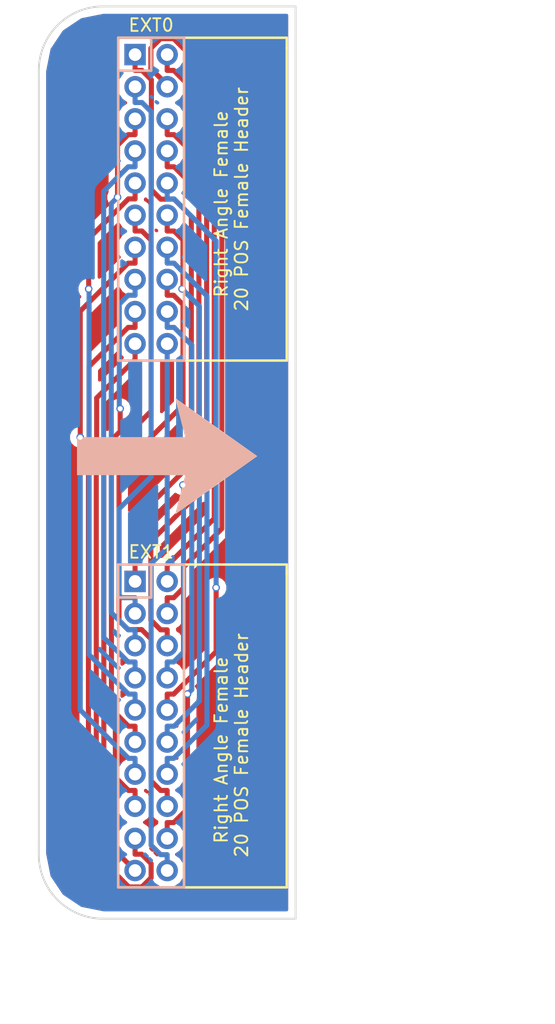
<source format=kicad_pcb>
(kicad_pcb (version 4) (host pcbnew 4.0.7)

  (general
    (links 20)
    (no_connects 0)
    (area 95.916665 65.532 143.74 148.496001)
    (thickness 1.6)
    (drawings 47)
    (tracks 190)
    (zones 0)
    (modules 4)
    (nets 21)
  )

  (page A4)
  (layers
    (0 F.Cu signal)
    (31 B.Cu signal)
    (32 B.Adhes user)
    (33 F.Adhes user)
    (34 B.Paste user)
    (35 F.Paste user)
    (36 B.SilkS user)
    (37 F.SilkS user)
    (38 B.Mask user)
    (39 F.Mask user)
    (40 Dwgs.User user)
    (41 Cmts.User user)
    (42 Eco1.User user)
    (43 Eco2.User user)
    (44 Edge.Cuts user)
    (45 Margin user)
    (46 B.CrtYd user)
    (47 F.CrtYd user)
    (48 B.Fab user)
    (49 F.Fab user)
  )

  (setup
    (last_trace_width 0.4)
    (trace_clearance 0.2)
    (zone_clearance 0.508)
    (zone_45_only yes)
    (trace_min 0.2)
    (segment_width 0.2)
    (edge_width 0.15)
    (via_size 0.6)
    (via_drill 0.4)
    (via_min_size 0.4)
    (via_min_drill 0.3)
    (uvia_size 0.3)
    (uvia_drill 0.1)
    (uvias_allowed no)
    (uvia_min_size 0.2)
    (uvia_min_drill 0.1)
    (pcb_text_width 0.3)
    (pcb_text_size 1.5 1.5)
    (mod_edge_width 0.15)
    (mod_text_size 1 1)
    (mod_text_width 0.15)
    (pad_size 1.524 1.524)
    (pad_drill 0.762)
    (pad_to_mask_clearance 0.2)
    (aux_axis_origin 0 0)
    (visible_elements 7FFFFFFF)
    (pcbplotparams
      (layerselection 0x3d0f0_80000001)
      (usegerberextensions false)
      (excludeedgelayer true)
      (linewidth 0.100000)
      (plotframeref false)
      (viasonmask false)
      (mode 1)
      (useauxorigin false)
      (hpglpennumber 1)
      (hpglpenspeed 20)
      (hpglpendiameter 15)
      (hpglpenoverlay 2)
      (psnegative false)
      (psa4output false)
      (plotreference true)
      (plotvalue true)
      (plotinvisibletext false)
      (padsonsilk false)
      (subtractmaskfromsilk false)
      (outputformat 1)
      (mirror false)
      (drillshape 0)
      (scaleselection 1)
      (outputdirectory GERBER/))
  )

  (net 0 "")
  (net 1 "Net-(BREAK-OUT1-Pad1)")
  (net 2 "Net-(BREAK-OUT1-Pad2)")
  (net 3 "Net-(BREAK-OUT1-Pad3)")
  (net 4 "Net-(BREAK-OUT1-Pad4)")
  (net 5 "Net-(BREAK-OUT1-Pad5)")
  (net 6 "Net-(BREAK-OUT1-Pad6)")
  (net 7 "Net-(BREAK-OUT1-Pad7)")
  (net 8 "Net-(BREAK-OUT1-Pad8)")
  (net 9 "Net-(BREAK-OUT1-Pad9)")
  (net 10 "Net-(BREAK-OUT1-Pad10)")
  (net 11 "Net-(BREAK-OUT1-Pad11)")
  (net 12 "Net-(BREAK-OUT1-Pad12)")
  (net 13 "Net-(BREAK-OUT1-Pad13)")
  (net 14 "Net-(BREAK-OUT1-Pad14)")
  (net 15 "Net-(BREAK-OUT1-Pad15)")
  (net 16 "Net-(BREAK-OUT1-Pad16)")
  (net 17 "Net-(BREAK-OUT1-Pad17)")
  (net 18 "Net-(BREAK-OUT1-Pad18)")
  (net 19 "Net-(BREAK-OUT1-Pad19)")
  (net 20 "Net-(BREAK-OUT1-Pad20)")

  (net_class Default "This is the default net class."
    (clearance 0.2)
    (trace_width 0.4)
    (via_dia 0.6)
    (via_drill 0.4)
    (uvia_dia 0.3)
    (uvia_drill 0.1)
    (add_net "Net-(BREAK-OUT1-Pad1)")
    (add_net "Net-(BREAK-OUT1-Pad10)")
    (add_net "Net-(BREAK-OUT1-Pad11)")
    (add_net "Net-(BREAK-OUT1-Pad12)")
    (add_net "Net-(BREAK-OUT1-Pad13)")
    (add_net "Net-(BREAK-OUT1-Pad14)")
    (add_net "Net-(BREAK-OUT1-Pad15)")
    (add_net "Net-(BREAK-OUT1-Pad16)")
    (add_net "Net-(BREAK-OUT1-Pad17)")
    (add_net "Net-(BREAK-OUT1-Pad18)")
    (add_net "Net-(BREAK-OUT1-Pad19)")
    (add_net "Net-(BREAK-OUT1-Pad2)")
    (add_net "Net-(BREAK-OUT1-Pad20)")
    (add_net "Net-(BREAK-OUT1-Pad3)")
    (add_net "Net-(BREAK-OUT1-Pad4)")
    (add_net "Net-(BREAK-OUT1-Pad5)")
    (add_net "Net-(BREAK-OUT1-Pad6)")
    (add_net "Net-(BREAK-OUT1-Pad7)")
    (add_net "Net-(BREAK-OUT1-Pad8)")
    (add_net "Net-(BREAK-OUT1-Pad9)")
  )

  (module Pin_Headers:Pin_Header_Straight_2x10_Pitch2.54mm (layer F.Cu) (tedit 5ACE43FD) (tstamp 5A12018C)
    (at 106.68 69.85)
    (descr "Through hole straight pin header, 2x10, 2.54mm pitch, double rows")
    (tags "Through hole pin header THT 2x10 2.54mm double row")
    (path /5A129FE4)
    (fp_text reference EXT0 (at 1.27 -2.33) (layer F.SilkS)
      (effects (font (size 1 1) (thickness 0.15)))
    )
    (fp_text value Conn_02x10_Counter_Clockwise (at 1.27 25.19) (layer F.Fab)
      (effects (font (size 1 1) (thickness 0.15)))
    )
    (fp_line (start 0 -1.27) (end 3.81 -1.27) (layer F.Fab) (width 0.1))
    (fp_line (start 3.81 -1.27) (end 3.81 24.13) (layer F.Fab) (width 0.1))
    (fp_line (start 3.81 24.13) (end -1.27 24.13) (layer F.Fab) (width 0.1))
    (fp_line (start -1.27 24.13) (end -1.27 0) (layer F.Fab) (width 0.1))
    (fp_line (start -1.27 0) (end 0 -1.27) (layer F.Fab) (width 0.1))
    (fp_line (start -1.33 24.19) (end 3.87 24.19) (layer F.SilkS) (width 0.12))
    (fp_line (start -1.33 1.27) (end -1.33 24.19) (layer F.SilkS) (width 0.12))
    (fp_line (start 3.87 -1.33) (end 3.87 24.19) (layer F.SilkS) (width 0.12))
    (fp_line (start -1.33 1.27) (end 1.27 1.27) (layer F.SilkS) (width 0.12))
    (fp_line (start 1.27 1.27) (end 1.27 -1.33) (layer F.SilkS) (width 0.12))
    (fp_line (start 1.27 -1.33) (end 3.87 -1.33) (layer F.SilkS) (width 0.12))
    (fp_line (start -1.33 0) (end -1.33 -1.33) (layer F.SilkS) (width 0.12))
    (fp_line (start -1.33 -1.33) (end 0 -1.33) (layer F.SilkS) (width 0.12))
    (fp_line (start -1.8 -1.8) (end -1.8 24.65) (layer F.CrtYd) (width 0.05))
    (fp_line (start -1.8 24.65) (end 4.35 24.65) (layer F.CrtYd) (width 0.05))
    (fp_line (start 4.35 24.65) (end 4.35 -1.8) (layer F.CrtYd) (width 0.05))
    (fp_line (start 4.35 -1.8) (end -1.8 -1.8) (layer F.CrtYd) (width 0.05))
    (fp_text user %R (at 1.27 11.43 90) (layer F.Fab)
      (effects (font (size 1 1) (thickness 0.15)))
    )
    (pad 1 thru_hole rect (at 0 0) (size 1.7 1.7) (drill 1) (layers *.Cu *.Mask)
      (net 1 "Net-(BREAK-OUT1-Pad1)"))
    (pad 2 thru_hole oval (at 2.54 0) (size 1.7 1.7) (drill 1) (layers *.Cu *.Mask)
      (net 2 "Net-(BREAK-OUT1-Pad2)"))
    (pad 3 thru_hole oval (at 0 2.54) (size 1.7 1.7) (drill 1) (layers *.Cu *.Mask)
      (net 3 "Net-(BREAK-OUT1-Pad3)"))
    (pad 4 thru_hole oval (at 2.54 2.54) (size 1.7 1.7) (drill 1) (layers *.Cu *.Mask)
      (net 4 "Net-(BREAK-OUT1-Pad4)"))
    (pad 5 thru_hole oval (at 0 5.08) (size 1.7 1.7) (drill 1) (layers *.Cu *.Mask)
      (net 5 "Net-(BREAK-OUT1-Pad5)"))
    (pad 6 thru_hole oval (at 2.54 5.08) (size 1.7 1.7) (drill 1) (layers *.Cu *.Mask)
      (net 6 "Net-(BREAK-OUT1-Pad6)"))
    (pad 7 thru_hole oval (at 0 7.62) (size 1.7 1.7) (drill 1) (layers *.Cu *.Mask)
      (net 7 "Net-(BREAK-OUT1-Pad7)"))
    (pad 8 thru_hole oval (at 2.54 7.62) (size 1.7 1.7) (drill 1) (layers *.Cu *.Mask)
      (net 8 "Net-(BREAK-OUT1-Pad8)"))
    (pad 9 thru_hole oval (at 0 10.16) (size 1.7 1.7) (drill 1) (layers *.Cu *.Mask)
      (net 9 "Net-(BREAK-OUT1-Pad9)"))
    (pad 10 thru_hole oval (at 2.54 10.16) (size 1.7 1.7) (drill 1) (layers *.Cu *.Mask)
      (net 10 "Net-(BREAK-OUT1-Pad10)"))
    (pad 11 thru_hole oval (at 0 12.7) (size 1.7 1.7) (drill 1) (layers *.Cu *.Mask)
      (net 11 "Net-(BREAK-OUT1-Pad11)"))
    (pad 12 thru_hole oval (at 2.54 12.7) (size 1.7 1.7) (drill 1) (layers *.Cu *.Mask)
      (net 12 "Net-(BREAK-OUT1-Pad12)"))
    (pad 13 thru_hole oval (at 0 15.24) (size 1.7 1.7) (drill 1) (layers *.Cu *.Mask)
      (net 13 "Net-(BREAK-OUT1-Pad13)"))
    (pad 14 thru_hole oval (at 2.54 15.24) (size 1.7 1.7) (drill 1) (layers *.Cu *.Mask)
      (net 14 "Net-(BREAK-OUT1-Pad14)"))
    (pad 15 thru_hole oval (at 0 17.78) (size 1.7 1.7) (drill 1) (layers *.Cu *.Mask)
      (net 15 "Net-(BREAK-OUT1-Pad15)"))
    (pad 16 thru_hole oval (at 2.54 17.78) (size 1.7 1.7) (drill 1) (layers *.Cu *.Mask)
      (net 16 "Net-(BREAK-OUT1-Pad16)"))
    (pad 17 thru_hole oval (at 0 20.32) (size 1.7 1.7) (drill 1) (layers *.Cu *.Mask)
      (net 17 "Net-(BREAK-OUT1-Pad17)"))
    (pad 18 thru_hole oval (at 2.54 20.32) (size 1.7 1.7) (drill 1) (layers *.Cu *.Mask)
      (net 18 "Net-(BREAK-OUT1-Pad18)"))
    (pad 19 thru_hole oval (at 0 22.86) (size 1.7 1.7) (drill 1) (layers *.Cu *.Mask)
      (net 19 "Net-(BREAK-OUT1-Pad19)"))
    (pad 20 thru_hole oval (at 2.54 22.86) (size 1.7 1.7) (drill 1) (layers *.Cu *.Mask)
      (net 20 "Net-(BREAK-OUT1-Pad20)"))
    (model ${KISYS3DMOD}/Pin_Headers.3dshapes/Pin_Header_Straight_2x10_Pitch2.54mm.wrl
      (at (xyz 0 0 0))
      (scale (xyz 1 1 1))
      (rotate (xyz 0 0 0))
    )
  )

  (module KICAD_GRAPHICS:arrow_15mm (layer F.Cu) (tedit 5A8F518A) (tstamp 5A8F51B5)
    (at 109.22 101.6)
    (fp_text reference "" (at 0 0) (layer F.SilkS) hide
      (effects (font (thickness 0.3)))
    )
    (fp_text value LOGO (at 0.75 0) (layer F.SilkS) hide
      (effects (font (thickness 0.3)))
    )
    (fp_poly (pts (xy 0.655556 -4.574602) (xy 0.6616 -4.570418) (xy 0.671387 -4.563584) (xy 0.684715 -4.55424)
      (xy 0.701381 -4.54253) (xy 0.721184 -4.528596) (xy 0.743922 -4.51258) (xy 0.769394 -4.494624)
      (xy 0.797397 -4.474871) (xy 0.82773 -4.453463) (xy 0.860191 -4.430542) (xy 0.894578 -4.40625)
      (xy 0.93069 -4.380731) (xy 0.968324 -4.354125) (xy 1.007279 -4.326576) (xy 1.047354 -4.298226)
      (xy 1.04775 -4.297946) (xy 1.078428 -4.276239) (xy 1.113024 -4.251761) (xy 1.15131 -4.224673)
      (xy 1.193057 -4.195137) (xy 1.238036 -4.163314) (xy 1.286017 -4.129368) (xy 1.336773 -4.093459)
      (xy 1.390075 -4.05575) (xy 1.445692 -4.016402) (xy 1.503398 -3.975578) (xy 1.562962 -3.933439)
      (xy 1.624156 -3.890147) (xy 1.686751 -3.845864) (xy 1.750519 -3.800752) (xy 1.815229 -3.754974)
      (xy 1.880655 -3.708689) (xy 1.946566 -3.662062) (xy 2.012734 -3.615253) (xy 2.07893 -3.568425)
      (xy 2.144925 -3.521739) (xy 2.21049 -3.475357) (xy 2.275397 -3.429442) (xy 2.31902 -3.398583)
      (xy 2.432812 -3.318087) (xy 2.542555 -3.240455) (xy 2.648345 -3.165618) (xy 2.750282 -3.093509)
      (xy 2.848461 -3.024057) (xy 2.942981 -2.957193) (xy 3.03394 -2.892849) (xy 3.121434 -2.830956)
      (xy 3.205562 -2.771444) (xy 3.286421 -2.714244) (xy 3.364109 -2.659288) (xy 3.438723 -2.606506)
      (xy 3.51036 -2.555829) (xy 3.57912 -2.507189) (xy 3.645098 -2.460515) (xy 3.708393 -2.41574)
      (xy 3.769103 -2.372794) (xy 3.827324 -2.331608) (xy 3.883154 -2.292114) (xy 3.936692 -2.254241)
      (xy 3.988034 -2.217921) (xy 4.037279 -2.183085) (xy 4.084523 -2.149664) (xy 4.129865 -2.117589)
      (xy 4.173402 -2.086791) (xy 4.215231 -2.057201) (xy 4.255451 -2.028749) (xy 4.294158 -2.001367)
      (xy 4.331451 -1.974986) (xy 4.367427 -1.949536) (xy 4.402183 -1.924949) (xy 4.435817 -1.901155)
      (xy 4.468428 -1.878086) (xy 4.500111 -1.855673) (xy 4.530966 -1.833846) (xy 4.561089 -1.812536)
      (xy 4.590578 -1.791675) (xy 4.619531 -1.771193) (xy 4.648045 -1.751021) (xy 4.676218 -1.731091)
      (xy 4.704148 -1.711332) (xy 4.731931 -1.691677) (xy 4.759667 -1.672056) (xy 4.787451 -1.652401)
      (xy 4.815383 -1.632641) (xy 4.843559 -1.612708) (xy 4.872077 -1.592534) (xy 4.89712 -1.574817)
      (xy 4.943603 -1.541933) (xy 4.99019 -1.508976) (xy 5.036616 -1.476134) (xy 5.082616 -1.443593)
      (xy 5.127924 -1.411542) (xy 5.172277 -1.380167) (xy 5.215408 -1.349656) (xy 5.257054 -1.320197)
      (xy 5.296949 -1.291976) (xy 5.334828 -1.265182) (xy 5.370427 -1.240001) (xy 5.403481 -1.216621)
      (xy 5.433724 -1.195229) (xy 5.460892 -1.176013) (xy 5.48472 -1.15916) (xy 5.504942 -1.144857)
      (xy 5.521296 -1.133292) (xy 5.52196 -1.132823) (xy 5.539123 -1.120685) (xy 5.560137 -1.105822)
      (xy 5.584707 -1.088444) (xy 5.612538 -1.068758) (xy 5.643334 -1.046975) (xy 5.676798 -1.023303)
      (xy 5.712636 -0.997952) (xy 5.750553 -0.97113) (xy 5.790251 -0.943047) (xy 5.831437 -0.913911)
      (xy 5.873814 -0.883932) (xy 5.917087 -0.853319) (xy 5.96096 -0.822281) (xy 6.005138 -0.791027)
      (xy 6.049324 -0.759766) (xy 6.08965 -0.731236) (xy 6.136686 -0.697959) (xy 6.185783 -0.663224)
      (xy 6.236503 -0.627342) (xy 6.288408 -0.590621) (xy 6.34106 -0.553373) (xy 6.394021 -0.515907)
      (xy 6.446853 -0.478534) (xy 6.499117 -0.441562) (xy 6.550375 -0.405301) (xy 6.60019 -0.370063)
      (xy 6.648123 -0.336157) (xy 6.693736 -0.303892) (xy 6.736591 -0.273578) (xy 6.77625 -0.245526)
      (xy 6.812275 -0.220045) (xy 6.81802 -0.215982) (xy 6.853318 -0.190996) (xy 6.887441 -0.1668)
      (xy 6.920164 -0.143557) (xy 6.95126 -0.12143) (xy 6.980501 -0.100582) (xy 7.00766 -0.081176)
      (xy 7.032512 -0.063373) (xy 7.05483 -0.047337) (xy 7.074386 -0.033231) (xy 7.090954 -0.021217)
      (xy 7.104308 -0.011457) (xy 7.11422 -0.004115) (xy 7.120464 0.000647) (xy 7.122813 0.002666)
      (xy 7.12282 0.002719) (xy 7.120596 0.004327) (xy 7.114408 0.008738) (xy 7.104439 0.015822)
      (xy 7.090873 0.025448) (xy 7.073894 0.037486) (xy 7.053686 0.051806) (xy 7.030432 0.068278)
      (xy 7.004316 0.086772) (xy 6.975523 0.107158) (xy 6.944234 0.129306) (xy 6.910635 0.153086)
      (xy 6.874909 0.178368) (xy 6.83724 0.205021) (xy 6.797812 0.232915) (xy 6.756807 0.261921)
      (xy 6.714411 0.291909) (xy 6.670807 0.322747) (xy 6.6421 0.343048) (xy 6.611646 0.364583)
      (xy 6.581723 0.385744) (xy 6.552221 0.406606) (xy 6.523033 0.427247) (xy 6.494048 0.447745)
      (xy 6.465159 0.468175) (xy 6.436255 0.488616) (xy 6.407229 0.509143) (xy 6.377971 0.529836)
      (xy 6.348372 0.550769) (xy 6.318323 0.572021) (xy 6.287716 0.593668) (xy 6.256441 0.615788)
      (xy 6.22439 0.638457) (xy 6.191453 0.661753) (xy 6.157523 0.685752) (xy 6.122488 0.710532)
      (xy 6.086242 0.73617) (xy 6.048675 0.762743) (xy 6.009677 0.790327) (xy 5.969141 0.819)
      (xy 5.926957 0.84884) (xy 5.883016 0.879922) (xy 5.837209 0.912324) (xy 5.789427 0.946124)
      (xy 5.739562 0.981397) (xy 5.687505 1.018222) (xy 5.633146 1.056675) (xy 5.576376 1.096833)
      (xy 5.517088 1.138774) (xy 5.455171 1.182574) (xy 5.390516 1.22831) (xy 5.323016 1.27606)
      (xy 5.252561 1.325901) (xy 5.179042 1.377909) (xy 5.10235 1.432162) (xy 5.022376 1.488737)
      (xy 4.939011 1.54771) (xy 4.852147 1.609159) (xy 4.761674 1.673161) (xy 4.667483 1.739793)
      (xy 4.569467 1.809132) (xy 4.467514 1.881255) (xy 4.36753 1.951986) (xy 4.309475 1.993055)
      (xy 4.248977 2.035852) (xy 4.186411 2.080112) (xy 4.122156 2.125567) (xy 4.056587 2.17195)
      (xy 3.990084 2.218996) (xy 3.923021 2.266436) (xy 3.855778 2.314004) (xy 3.78873 2.361433)
      (xy 3.722256 2.408457) (xy 3.656731 2.454809) (xy 3.592534 2.500222) (xy 3.530042 2.544429)
      (xy 3.469631 2.587163) (xy 3.411679 2.628158) (xy 3.356563 2.667146) (xy 3.30466 2.703861)
      (xy 3.256347 2.738037) (xy 3.23469 2.753357) (xy 3.183462 2.789594) (xy 3.13002 2.827398)
      (xy 3.074776 2.866477) (xy 3.018141 2.906541) (xy 2.960529 2.947296) (xy 2.902351 2.988452)
      (xy 2.84402 3.029716) (xy 2.785947 3.070798) (xy 2.728545 3.111406) (xy 2.672226 3.151248)
      (xy 2.617402 3.190032) (xy 2.564485 3.227468) (xy 2.513889 3.263262) (xy 2.466023 3.297125)
      (xy 2.421302 3.328764) (xy 2.380137 3.357887) (xy 2.36347 3.369679) (xy 2.32216 3.398905)
      (xy 2.280633 3.428284) (xy 2.239202 3.457595) (xy 2.198177 3.486618) (xy 2.157871 3.515132)
      (xy 2.118595 3.542916) (xy 2.080662 3.56975) (xy 2.044384 3.595413) (xy 2.010071 3.619684)
      (xy 1.978038 3.642343) (xy 1.948594 3.66317) (xy 1.922053 3.681942) (xy 1.898725 3.698441)
      (xy 1.878924 3.712445) (xy 1.86309 3.723642) (xy 1.83585 3.742904) (xy 1.805429 3.764418)
      (xy 1.772792 3.787501) (xy 1.738905 3.811471) (xy 1.704733 3.835643) (xy 1.671241 3.859336)
      (xy 1.639394 3.881867) (xy 1.610158 3.902553) (xy 1.60274 3.907803) (xy 1.586473 3.919313)
      (xy 1.56636 3.933542) (xy 1.542703 3.950277) (xy 1.515803 3.969305) (xy 1.485961 3.990413)
      (xy 1.453481 4.013387) (xy 1.418662 4.038013) (xy 1.381808 4.064079) (xy 1.343219 4.091371)
      (xy 1.303198 4.119676) (xy 1.262045 4.14878) (xy 1.220063 4.17847) (xy 1.177553 4.208532)
      (xy 1.134818 4.238754) (xy 1.092158 4.268921) (xy 1.07315 4.282362) (xy 1.032729 4.310947)
      (xy 0.993315 4.338821) (xy 0.955116 4.365839) (xy 0.918342 4.391851) (xy 0.883202 4.41671)
      (xy 0.849905 4.440267) (xy 0.818662 4.462373) (xy 0.789681 4.482881) (xy 0.763172 4.501643)
      (xy 0.739344 4.51851) (xy 0.718407 4.533334) (xy 0.70057 4.545967) (xy 0.686043 4.556261)
      (xy 0.675035 4.564067) (xy 0.667755 4.569237) (xy 0.664412 4.571624) (xy 0.664408 4.571627)
      (xy 0.657578 4.576487) (xy 0.654015 4.578539) (xy 0.652902 4.577995) (xy 0.65342 4.575068)
      (xy 0.653587 4.574441) (xy 0.654376 4.571364) (xy 0.65635 4.56361) (xy 0.659445 4.551427)
      (xy 0.663599 4.535063) (xy 0.668749 4.514766) (xy 0.674832 4.490782) (xy 0.681785 4.463361)
      (xy 0.689545 4.43275) (xy 0.69805 4.399197) (xy 0.707237 4.362949) (xy 0.717043 4.324254)
      (xy 0.727405 4.28336) (xy 0.73826 4.240515) (xy 0.749546 4.195967) (xy 0.761199 4.149963)
      (xy 0.769784 4.11607) (xy 0.783479 4.062001) (xy 0.79793 4.004949) (xy 0.812986 3.945509)
      (xy 0.828495 3.884279) (xy 0.844307 3.821857) (xy 0.860269 3.758839) (xy 0.876231 3.695822)
      (xy 0.892042 3.633405) (xy 0.90755 3.572184) (xy 0.922603 3.512756) (xy 0.937051 3.455718)
      (xy 0.950743 3.401669) (xy 0.963526 3.351204) (xy 0.97525 3.304922) (xy 0.977921 3.29438)
      (xy 0.990381 3.245191) (xy 1.003904 3.191803) (xy 1.018308 3.134938) (xy 1.033409 3.075322)
      (xy 1.049022 3.013679) (xy 1.064965 2.950733) (xy 1.081055 2.887208) (xy 1.097107 2.82383)
      (xy 1.112938 2.761322) (xy 1.128366 2.700408) (xy 1.143206 2.641813) (xy 1.157274 2.586261)
      (xy 1.170388 2.534478) (xy 1.170598 2.53365) (xy 1.183374 2.483199) (xy 1.196903 2.429779)
      (xy 1.21102 2.374034) (xy 1.225563 2.316608) (xy 1.240368 2.258147) (xy 1.255272 2.199297)
      (xy 1.270111 2.140701) (xy 1.284722 2.083006) (xy 1.298942 2.026855) (xy 1.312608 1.972895)
      (xy 1.325556 1.921769) (xy 1.337622 1.874124) (xy 1.348644 1.830604) (xy 1.351108 1.820875)
      (xy 1.361083 1.781476) (xy 1.370708 1.743438) (xy 1.379908 1.707051) (xy 1.388612 1.672607)
      (xy 1.396746 1.640394) (xy 1.404237 1.610704) (xy 1.411011 1.583828) (xy 1.416995 1.560054)
      (xy 1.422117 1.539674) (xy 1.426303 1.522978) (xy 1.42948 1.510256) (xy 1.431574 1.501798)
      (xy 1.432514 1.497896) (xy 1.43256 1.49766) (xy 1.430033 1.497605) (xy 1.42251 1.49755)
      (xy 1.410072 1.497496) (xy 1.392803 1.497442) (xy 1.370786 1.497389) (xy 1.344102 1.497336)
      (xy 1.312836 1.497285) (xy 1.27707 1.497233) (xy 1.236886 1.497183) (xy 1.192369 1.497133)
      (xy 1.143599 1.497083) (xy 1.090662 1.497035) (xy 1.033638 1.496987) (xy 0.972612 1.49694)
      (xy 0.907665 1.496894) (xy 0.838882 1.496849) (xy 0.766344 1.496805) (xy 0.690134 1.496762)
      (xy 0.610336 1.496719) (xy 0.527032 1.496678) (xy 0.440306 1.496638) (xy 0.350239 1.496599)
      (xy 0.256915 1.496561) (xy 0.160417 1.496524) (xy 0.060827 1.496488) (xy -0.041772 1.496454)
      (xy -0.147296 1.49642) (xy -0.255663 1.496388) (xy -0.36679 1.496358) (xy -0.480595 1.496328)
      (xy -0.596993 1.4963) (xy -0.715904 1.496273) (xy -0.837243 1.496248) (xy -0.960927 1.496224)
      (xy -1.086875 1.496202) (xy -1.215003 1.496181) (xy -1.345228 1.496162) (xy -1.477467 1.496144)
      (xy -1.611638 1.496128) (xy -1.747658 1.496113) (xy -1.885443 1.4961) (xy -2.024911 1.496089)
      (xy -2.16598 1.49608) (xy -2.308566 1.496072) (xy -2.452586 1.496066) (xy -2.597957 1.496062)
      (xy -2.744598 1.49606) (xy -7.1247 1.49606) (xy -7.1247 -1.4986) (xy 1.432147 -1.4986)
      (xy 1.404611 -1.607185) (xy 1.401812 -1.618228) (xy 1.39782 -1.63398) (xy 1.39269 -1.654226)
      (xy 1.386477 -1.678751) (xy 1.379234 -1.70734) (xy 1.371017 -1.739777) (xy 1.36188 -1.775848)
      (xy 1.351878 -1.815337) (xy 1.341064 -1.858029) (xy 1.329494 -1.903709) (xy 1.317222 -1.952161)
      (xy 1.304302 -2.003171) (xy 1.29079 -2.056524) (xy 1.276738 -2.112003) (xy 1.262203 -2.169395)
      (xy 1.247239 -2.228483) (xy 1.231899 -2.289052) (xy 1.216239 -2.350888) (xy 1.200313 -2.413775)
      (xy 1.184176 -2.477498) (xy 1.171242 -2.52857) (xy 1.153212 -2.599769) (xy 1.134482 -2.673728)
      (xy 1.115161 -2.750025) (xy 1.095353 -2.828239) (xy 1.075167 -2.90795) (xy 1.054708 -2.988736)
      (xy 1.034084 -3.070176) (xy 1.0134 -3.15185) (xy 0.992764 -3.233335) (xy 0.972283 -3.31421)
      (xy 0.952062 -3.394056) (xy 0.932209 -3.47245) (xy 0.912829 -3.548971) (xy 0.894031 -3.623199)
      (xy 0.87592 -3.694711) (xy 0.858604 -3.763088) (xy 0.842188 -3.827908) (xy 0.826779 -3.888749)
      (xy 0.812485 -3.945192) (xy 0.809135 -3.958419) (xy 0.795265 -4.013196) (xy 0.781729 -4.066675)
      (xy 0.768581 -4.118646) (xy 0.755872 -4.168901) (xy 0.743655 -4.217232) (xy 0.731983 -4.263431)
      (xy 0.720908 -4.307288) (xy 0.710483 -4.348597) (xy 0.70076 -4.387147) (xy 0.691792 -4.422731)
      (xy 0.683632 -4.45514) (xy 0.676331 -4.484165) (xy 0.669943 -4.509599) (xy 0.66452 -4.531233)
      (xy 0.660115 -4.548858) (xy 0.656779 -4.562266) (xy 0.654567 -4.571249) (xy 0.65353 -4.575597)
      (xy 0.653455 -4.575992) (xy 0.655556 -4.574602)) (layer F.SilkS) (width 0.01))
  )

  (module KICAD_GRAPHICS:arrow_15mm (layer B.Cu) (tedit 5A8F5199) (tstamp 5A8F51C8)
    (at 109.22 101.6)
    (fp_text reference "" (at 0 0) (layer B.SilkS) hide
      (effects (font (thickness 0.3)) (justify mirror))
    )
    (fp_text value LOGO (at 0.75 0) (layer B.SilkS) hide
      (effects (font (thickness 0.3)) (justify mirror))
    )
    (fp_poly (pts (xy 0.655556 4.574602) (xy 0.6616 4.570418) (xy 0.671387 4.563584) (xy 0.684715 4.55424)
      (xy 0.701381 4.54253) (xy 0.721184 4.528596) (xy 0.743922 4.51258) (xy 0.769394 4.494624)
      (xy 0.797397 4.474871) (xy 0.82773 4.453463) (xy 0.860191 4.430542) (xy 0.894578 4.40625)
      (xy 0.93069 4.380731) (xy 0.968324 4.354125) (xy 1.007279 4.326576) (xy 1.047354 4.298226)
      (xy 1.04775 4.297946) (xy 1.078428 4.276239) (xy 1.113024 4.251761) (xy 1.15131 4.224673)
      (xy 1.193057 4.195137) (xy 1.238036 4.163314) (xy 1.286017 4.129368) (xy 1.336773 4.093459)
      (xy 1.390075 4.05575) (xy 1.445692 4.016402) (xy 1.503398 3.975578) (xy 1.562962 3.933439)
      (xy 1.624156 3.890147) (xy 1.686751 3.845864) (xy 1.750519 3.800752) (xy 1.815229 3.754974)
      (xy 1.880655 3.708689) (xy 1.946566 3.662062) (xy 2.012734 3.615253) (xy 2.07893 3.568425)
      (xy 2.144925 3.521739) (xy 2.21049 3.475357) (xy 2.275397 3.429442) (xy 2.31902 3.398583)
      (xy 2.432812 3.318087) (xy 2.542555 3.240455) (xy 2.648345 3.165618) (xy 2.750282 3.093509)
      (xy 2.848461 3.024057) (xy 2.942981 2.957193) (xy 3.03394 2.892849) (xy 3.121434 2.830956)
      (xy 3.205562 2.771444) (xy 3.286421 2.714244) (xy 3.364109 2.659288) (xy 3.438723 2.606506)
      (xy 3.51036 2.555829) (xy 3.57912 2.507189) (xy 3.645098 2.460515) (xy 3.708393 2.41574)
      (xy 3.769103 2.372794) (xy 3.827324 2.331608) (xy 3.883154 2.292114) (xy 3.936692 2.254241)
      (xy 3.988034 2.217921) (xy 4.037279 2.183085) (xy 4.084523 2.149664) (xy 4.129865 2.117589)
      (xy 4.173402 2.086791) (xy 4.215231 2.057201) (xy 4.255451 2.028749) (xy 4.294158 2.001367)
      (xy 4.331451 1.974986) (xy 4.367427 1.949536) (xy 4.402183 1.924949) (xy 4.435817 1.901155)
      (xy 4.468428 1.878086) (xy 4.500111 1.855673) (xy 4.530966 1.833846) (xy 4.561089 1.812536)
      (xy 4.590578 1.791675) (xy 4.619531 1.771193) (xy 4.648045 1.751021) (xy 4.676218 1.731091)
      (xy 4.704148 1.711332) (xy 4.731931 1.691677) (xy 4.759667 1.672056) (xy 4.787451 1.652401)
      (xy 4.815383 1.632641) (xy 4.843559 1.612708) (xy 4.872077 1.592534) (xy 4.89712 1.574817)
      (xy 4.943603 1.541933) (xy 4.99019 1.508976) (xy 5.036616 1.476134) (xy 5.082616 1.443593)
      (xy 5.127924 1.411542) (xy 5.172277 1.380167) (xy 5.215408 1.349656) (xy 5.257054 1.320197)
      (xy 5.296949 1.291976) (xy 5.334828 1.265182) (xy 5.370427 1.240001) (xy 5.403481 1.216621)
      (xy 5.433724 1.195229) (xy 5.460892 1.176013) (xy 5.48472 1.15916) (xy 5.504942 1.144857)
      (xy 5.521296 1.133292) (xy 5.52196 1.132823) (xy 5.539123 1.120685) (xy 5.560137 1.105822)
      (xy 5.584707 1.088444) (xy 5.612538 1.068758) (xy 5.643334 1.046975) (xy 5.676798 1.023303)
      (xy 5.712636 0.997952) (xy 5.750553 0.97113) (xy 5.790251 0.943047) (xy 5.831437 0.913911)
      (xy 5.873814 0.883932) (xy 5.917087 0.853319) (xy 5.96096 0.822281) (xy 6.005138 0.791027)
      (xy 6.049324 0.759766) (xy 6.08965 0.731236) (xy 6.136686 0.697959) (xy 6.185783 0.663224)
      (xy 6.236503 0.627342) (xy 6.288408 0.590621) (xy 6.34106 0.553373) (xy 6.394021 0.515907)
      (xy 6.446853 0.478534) (xy 6.499117 0.441562) (xy 6.550375 0.405301) (xy 6.60019 0.370063)
      (xy 6.648123 0.336157) (xy 6.693736 0.303892) (xy 6.736591 0.273578) (xy 6.77625 0.245526)
      (xy 6.812275 0.220045) (xy 6.81802 0.215982) (xy 6.853318 0.190996) (xy 6.887441 0.1668)
      (xy 6.920164 0.143557) (xy 6.95126 0.12143) (xy 6.980501 0.100582) (xy 7.00766 0.081176)
      (xy 7.032512 0.063373) (xy 7.05483 0.047337) (xy 7.074386 0.033231) (xy 7.090954 0.021217)
      (xy 7.104308 0.011457) (xy 7.11422 0.004115) (xy 7.120464 -0.000647) (xy 7.122813 -0.002666)
      (xy 7.12282 -0.002719) (xy 7.120596 -0.004327) (xy 7.114408 -0.008738) (xy 7.104439 -0.015822)
      (xy 7.090873 -0.025448) (xy 7.073894 -0.037486) (xy 7.053686 -0.051806) (xy 7.030432 -0.068278)
      (xy 7.004316 -0.086772) (xy 6.975523 -0.107158) (xy 6.944234 -0.129306) (xy 6.910635 -0.153086)
      (xy 6.874909 -0.178368) (xy 6.83724 -0.205021) (xy 6.797812 -0.232915) (xy 6.756807 -0.261921)
      (xy 6.714411 -0.291909) (xy 6.670807 -0.322747) (xy 6.6421 -0.343048) (xy 6.611646 -0.364583)
      (xy 6.581723 -0.385744) (xy 6.552221 -0.406606) (xy 6.523033 -0.427247) (xy 6.494048 -0.447745)
      (xy 6.465159 -0.468175) (xy 6.436255 -0.488616) (xy 6.407229 -0.509143) (xy 6.377971 -0.529836)
      (xy 6.348372 -0.550769) (xy 6.318323 -0.572021) (xy 6.287716 -0.593668) (xy 6.256441 -0.615788)
      (xy 6.22439 -0.638457) (xy 6.191453 -0.661753) (xy 6.157523 -0.685752) (xy 6.122488 -0.710532)
      (xy 6.086242 -0.73617) (xy 6.048675 -0.762743) (xy 6.009677 -0.790327) (xy 5.969141 -0.819)
      (xy 5.926957 -0.84884) (xy 5.883016 -0.879922) (xy 5.837209 -0.912324) (xy 5.789427 -0.946124)
      (xy 5.739562 -0.981397) (xy 5.687505 -1.018222) (xy 5.633146 -1.056675) (xy 5.576376 -1.096833)
      (xy 5.517088 -1.138774) (xy 5.455171 -1.182574) (xy 5.390516 -1.22831) (xy 5.323016 -1.27606)
      (xy 5.252561 -1.325901) (xy 5.179042 -1.377909) (xy 5.10235 -1.432162) (xy 5.022376 -1.488737)
      (xy 4.939011 -1.54771) (xy 4.852147 -1.609159) (xy 4.761674 -1.673161) (xy 4.667483 -1.739793)
      (xy 4.569467 -1.809132) (xy 4.467514 -1.881255) (xy 4.36753 -1.951986) (xy 4.309475 -1.993055)
      (xy 4.248977 -2.035852) (xy 4.186411 -2.080112) (xy 4.122156 -2.125567) (xy 4.056587 -2.17195)
      (xy 3.990084 -2.218996) (xy 3.923021 -2.266436) (xy 3.855778 -2.314004) (xy 3.78873 -2.361433)
      (xy 3.722256 -2.408457) (xy 3.656731 -2.454809) (xy 3.592534 -2.500222) (xy 3.530042 -2.544429)
      (xy 3.469631 -2.587163) (xy 3.411679 -2.628158) (xy 3.356563 -2.667146) (xy 3.30466 -2.703861)
      (xy 3.256347 -2.738037) (xy 3.23469 -2.753357) (xy 3.183462 -2.789594) (xy 3.13002 -2.827398)
      (xy 3.074776 -2.866477) (xy 3.018141 -2.906541) (xy 2.960529 -2.947296) (xy 2.902351 -2.988452)
      (xy 2.84402 -3.029716) (xy 2.785947 -3.070798) (xy 2.728545 -3.111406) (xy 2.672226 -3.151248)
      (xy 2.617402 -3.190032) (xy 2.564485 -3.227468) (xy 2.513889 -3.263262) (xy 2.466023 -3.297125)
      (xy 2.421302 -3.328764) (xy 2.380137 -3.357887) (xy 2.36347 -3.369679) (xy 2.32216 -3.398905)
      (xy 2.280633 -3.428284) (xy 2.239202 -3.457595) (xy 2.198177 -3.486618) (xy 2.157871 -3.515132)
      (xy 2.118595 -3.542916) (xy 2.080662 -3.56975) (xy 2.044384 -3.595413) (xy 2.010071 -3.619684)
      (xy 1.978038 -3.642343) (xy 1.948594 -3.66317) (xy 1.922053 -3.681942) (xy 1.898725 -3.698441)
      (xy 1.878924 -3.712445) (xy 1.86309 -3.723642) (xy 1.83585 -3.742904) (xy 1.805429 -3.764418)
      (xy 1.772792 -3.787501) (xy 1.738905 -3.811471) (xy 1.704733 -3.835643) (xy 1.671241 -3.859336)
      (xy 1.639394 -3.881867) (xy 1.610158 -3.902553) (xy 1.60274 -3.907803) (xy 1.586473 -3.919313)
      (xy 1.56636 -3.933542) (xy 1.542703 -3.950277) (xy 1.515803 -3.969305) (xy 1.485961 -3.990413)
      (xy 1.453481 -4.013387) (xy 1.418662 -4.038013) (xy 1.381808 -4.064079) (xy 1.343219 -4.091371)
      (xy 1.303198 -4.119676) (xy 1.262045 -4.14878) (xy 1.220063 -4.17847) (xy 1.177553 -4.208532)
      (xy 1.134818 -4.238754) (xy 1.092158 -4.268921) (xy 1.07315 -4.282362) (xy 1.032729 -4.310947)
      (xy 0.993315 -4.338821) (xy 0.955116 -4.365839) (xy 0.918342 -4.391851) (xy 0.883202 -4.41671)
      (xy 0.849905 -4.440267) (xy 0.818662 -4.462373) (xy 0.789681 -4.482881) (xy 0.763172 -4.501643)
      (xy 0.739344 -4.51851) (xy 0.718407 -4.533334) (xy 0.70057 -4.545967) (xy 0.686043 -4.556261)
      (xy 0.675035 -4.564067) (xy 0.667755 -4.569237) (xy 0.664412 -4.571624) (xy 0.664408 -4.571627)
      (xy 0.657578 -4.576487) (xy 0.654015 -4.578539) (xy 0.652902 -4.577995) (xy 0.65342 -4.575068)
      (xy 0.653587 -4.574441) (xy 0.654376 -4.571364) (xy 0.65635 -4.56361) (xy 0.659445 -4.551427)
      (xy 0.663599 -4.535063) (xy 0.668749 -4.514766) (xy 0.674832 -4.490782) (xy 0.681785 -4.463361)
      (xy 0.689545 -4.43275) (xy 0.69805 -4.399197) (xy 0.707237 -4.362949) (xy 0.717043 -4.324254)
      (xy 0.727405 -4.28336) (xy 0.73826 -4.240515) (xy 0.749546 -4.195967) (xy 0.761199 -4.149963)
      (xy 0.769784 -4.11607) (xy 0.783479 -4.062001) (xy 0.79793 -4.004949) (xy 0.812986 -3.945509)
      (xy 0.828495 -3.884279) (xy 0.844307 -3.821857) (xy 0.860269 -3.758839) (xy 0.876231 -3.695822)
      (xy 0.892042 -3.633405) (xy 0.90755 -3.572184) (xy 0.922603 -3.512756) (xy 0.937051 -3.455718)
      (xy 0.950743 -3.401669) (xy 0.963526 -3.351204) (xy 0.97525 -3.304922) (xy 0.977921 -3.29438)
      (xy 0.990381 -3.245191) (xy 1.003904 -3.191803) (xy 1.018308 -3.134938) (xy 1.033409 -3.075322)
      (xy 1.049022 -3.013679) (xy 1.064965 -2.950733) (xy 1.081055 -2.887208) (xy 1.097107 -2.82383)
      (xy 1.112938 -2.761322) (xy 1.128366 -2.700408) (xy 1.143206 -2.641813) (xy 1.157274 -2.586261)
      (xy 1.170388 -2.534478) (xy 1.170598 -2.53365) (xy 1.183374 -2.483199) (xy 1.196903 -2.429779)
      (xy 1.21102 -2.374034) (xy 1.225563 -2.316608) (xy 1.240368 -2.258147) (xy 1.255272 -2.199297)
      (xy 1.270111 -2.140701) (xy 1.284722 -2.083006) (xy 1.298942 -2.026855) (xy 1.312608 -1.972895)
      (xy 1.325556 -1.921769) (xy 1.337622 -1.874124) (xy 1.348644 -1.830604) (xy 1.351108 -1.820875)
      (xy 1.361083 -1.781476) (xy 1.370708 -1.743438) (xy 1.379908 -1.707051) (xy 1.388612 -1.672607)
      (xy 1.396746 -1.640394) (xy 1.404237 -1.610704) (xy 1.411011 -1.583828) (xy 1.416995 -1.560054)
      (xy 1.422117 -1.539674) (xy 1.426303 -1.522978) (xy 1.42948 -1.510256) (xy 1.431574 -1.501798)
      (xy 1.432514 -1.497896) (xy 1.43256 -1.49766) (xy 1.430033 -1.497605) (xy 1.42251 -1.49755)
      (xy 1.410072 -1.497496) (xy 1.392803 -1.497442) (xy 1.370786 -1.497389) (xy 1.344102 -1.497336)
      (xy 1.312836 -1.497285) (xy 1.27707 -1.497233) (xy 1.236886 -1.497183) (xy 1.192369 -1.497133)
      (xy 1.143599 -1.497083) (xy 1.090662 -1.497035) (xy 1.033638 -1.496987) (xy 0.972612 -1.49694)
      (xy 0.907665 -1.496894) (xy 0.838882 -1.496849) (xy 0.766344 -1.496805) (xy 0.690134 -1.496762)
      (xy 0.610336 -1.496719) (xy 0.527032 -1.496678) (xy 0.440306 -1.496638) (xy 0.350239 -1.496599)
      (xy 0.256915 -1.496561) (xy 0.160417 -1.496524) (xy 0.060827 -1.496488) (xy -0.041772 -1.496454)
      (xy -0.147296 -1.49642) (xy -0.255663 -1.496388) (xy -0.36679 -1.496358) (xy -0.480595 -1.496328)
      (xy -0.596993 -1.4963) (xy -0.715904 -1.496273) (xy -0.837243 -1.496248) (xy -0.960927 -1.496224)
      (xy -1.086875 -1.496202) (xy -1.215003 -1.496181) (xy -1.345228 -1.496162) (xy -1.477467 -1.496144)
      (xy -1.611638 -1.496128) (xy -1.747658 -1.496113) (xy -1.885443 -1.4961) (xy -2.024911 -1.496089)
      (xy -2.16598 -1.49608) (xy -2.308566 -1.496072) (xy -2.452586 -1.496066) (xy -2.597957 -1.496062)
      (xy -2.744598 -1.49606) (xy -7.1247 -1.49606) (xy -7.1247 1.4986) (xy 1.432147 1.4986)
      (xy 1.404611 1.607185) (xy 1.401812 1.618228) (xy 1.39782 1.63398) (xy 1.39269 1.654226)
      (xy 1.386477 1.678751) (xy 1.379234 1.70734) (xy 1.371017 1.739777) (xy 1.36188 1.775848)
      (xy 1.351878 1.815337) (xy 1.341064 1.858029) (xy 1.329494 1.903709) (xy 1.317222 1.952161)
      (xy 1.304302 2.003171) (xy 1.29079 2.056524) (xy 1.276738 2.112003) (xy 1.262203 2.169395)
      (xy 1.247239 2.228483) (xy 1.231899 2.289052) (xy 1.216239 2.350888) (xy 1.200313 2.413775)
      (xy 1.184176 2.477498) (xy 1.171242 2.52857) (xy 1.153212 2.599769) (xy 1.134482 2.673728)
      (xy 1.115161 2.750025) (xy 1.095353 2.828239) (xy 1.075167 2.90795) (xy 1.054708 2.988736)
      (xy 1.034084 3.070176) (xy 1.0134 3.15185) (xy 0.992764 3.233335) (xy 0.972283 3.31421)
      (xy 0.952062 3.394056) (xy 0.932209 3.47245) (xy 0.912829 3.548971) (xy 0.894031 3.623199)
      (xy 0.87592 3.694711) (xy 0.858604 3.763088) (xy 0.842188 3.827908) (xy 0.826779 3.888749)
      (xy 0.812485 3.945192) (xy 0.809135 3.958419) (xy 0.795265 4.013196) (xy 0.781729 4.066675)
      (xy 0.768581 4.118646) (xy 0.755872 4.168901) (xy 0.743655 4.217232) (xy 0.731983 4.263431)
      (xy 0.720908 4.307288) (xy 0.710483 4.348597) (xy 0.70076 4.387147) (xy 0.691792 4.422731)
      (xy 0.683632 4.45514) (xy 0.676331 4.484165) (xy 0.669943 4.509599) (xy 0.66452 4.531233)
      (xy 0.660115 4.548858) (xy 0.656779 4.562266) (xy 0.654567 4.571249) (xy 0.65353 4.575597)
      (xy 0.653455 4.575992) (xy 0.655556 4.574602)) (layer B.SilkS) (width 0.01))
  )

  (module KICAD_GRAPHICS:2Pin_Header_Straight_2x10_Pitch2.54mm (layer F.Cu) (tedit 5ACE43F1) (tstamp 5A1200D3)
    (at 106.68 111.506)
    (descr "Through hole straight pin header, 2x10, 2.54mm pitch, double rows")
    (tags "Through hole pin header THT 2x10 2.54mm double row")
    (path /5A12A01B)
    (fp_text reference EXT1 (at 1.27 -2.33) (layer F.SilkS)
      (effects (font (size 1 1) (thickness 0.15)))
    )
    (fp_text value Conn_02x10_Counter_Clockwise (at 1.27 25.19) (layer F.Fab)
      (effects (font (size 1 1) (thickness 0.15)))
    )
    (fp_line (start 0 -1.27) (end 3.81 -1.27) (layer F.Fab) (width 0.1))
    (fp_line (start 3.81 -1.27) (end 3.81 24.13) (layer F.Fab) (width 0.1))
    (fp_line (start 3.81 24.13) (end -1.27 24.13) (layer F.Fab) (width 0.1))
    (fp_line (start -1.27 24.13) (end -1.27 0) (layer F.Fab) (width 0.1))
    (fp_line (start -1.27 0) (end 0 -1.27) (layer F.Fab) (width 0.1))
    (fp_line (start -1.33 24.19) (end 3.87 24.19) (layer F.SilkS) (width 0.12))
    (fp_line (start -1.33 1.27) (end -1.33 24.19) (layer F.SilkS) (width 0.12))
    (fp_line (start 3.87 -1.33) (end 3.87 24.19) (layer F.SilkS) (width 0.12))
    (fp_line (start -1.33 1.27) (end 1.27 1.27) (layer F.SilkS) (width 0.12))
    (fp_line (start 1.27 1.27) (end 1.27 -1.33) (layer F.SilkS) (width 0.12))
    (fp_line (start 1.27 -1.33) (end 3.87 -1.33) (layer F.SilkS) (width 0.12))
    (fp_line (start -1.33 0) (end -1.33 -1.33) (layer F.SilkS) (width 0.12))
    (fp_line (start -1.33 -1.33) (end 0 -1.33) (layer F.SilkS) (width 0.12))
    (fp_line (start -1.8 -1.8) (end -1.8 24.65) (layer F.CrtYd) (width 0.05))
    (fp_line (start -1.8 24.65) (end 4.35 24.65) (layer F.CrtYd) (width 0.05))
    (fp_line (start 4.35 24.65) (end 4.35 -1.8) (layer F.CrtYd) (width 0.05))
    (fp_line (start 4.35 -1.8) (end -1.8 -1.8) (layer F.CrtYd) (width 0.05))
    (fp_text user %R (at 1.27 11.43 90) (layer F.Fab)
      (effects (font (size 1 1) (thickness 0.15)))
    )
    (pad 1 thru_hole rect (at 0 0) (size 1.7 1.7) (drill 1) (layers *.Cu *.Mask)
      (net 1 "Net-(BREAK-OUT1-Pad1)"))
    (pad 2 thru_hole oval (at 2.54 0) (size 1.7 1.7) (drill 1) (layers *.Cu *.Mask)
      (net 2 "Net-(BREAK-OUT1-Pad2)"))
    (pad 3 thru_hole oval (at 0 2.54) (size 1.7 1.7) (drill 1) (layers *.Cu *.Mask)
      (net 3 "Net-(BREAK-OUT1-Pad3)"))
    (pad 4 thru_hole oval (at 2.54 2.54) (size 1.7 1.7) (drill 1) (layers *.Cu *.Mask)
      (net 4 "Net-(BREAK-OUT1-Pad4)"))
    (pad 5 thru_hole oval (at 0 5.08) (size 1.7 1.7) (drill 1) (layers *.Cu *.Mask)
      (net 5 "Net-(BREAK-OUT1-Pad5)"))
    (pad 6 thru_hole oval (at 2.54 5.08) (size 1.7 1.7) (drill 1) (layers *.Cu *.Mask)
      (net 6 "Net-(BREAK-OUT1-Pad6)"))
    (pad 7 thru_hole oval (at 0 7.62) (size 1.7 1.7) (drill 1) (layers *.Cu *.Mask)
      (net 7 "Net-(BREAK-OUT1-Pad7)"))
    (pad 8 thru_hole oval (at 2.54 7.62) (size 1.7 1.7) (drill 1) (layers *.Cu *.Mask)
      (net 8 "Net-(BREAK-OUT1-Pad8)"))
    (pad 9 thru_hole oval (at 0 10.16) (size 1.7 1.7) (drill 1) (layers *.Cu *.Mask)
      (net 9 "Net-(BREAK-OUT1-Pad9)"))
    (pad 10 thru_hole oval (at 2.54 10.16) (size 1.7 1.7) (drill 1) (layers *.Cu *.Mask)
      (net 10 "Net-(BREAK-OUT1-Pad10)"))
    (pad 11 thru_hole oval (at 0 12.7) (size 1.7 1.7) (drill 1) (layers *.Cu *.Mask)
      (net 11 "Net-(BREAK-OUT1-Pad11)"))
    (pad 12 thru_hole oval (at 2.54 12.7) (size 1.7 1.7) (drill 1) (layers *.Cu *.Mask)
      (net 12 "Net-(BREAK-OUT1-Pad12)"))
    (pad 13 thru_hole oval (at 0 15.24) (size 1.7 1.7) (drill 1) (layers *.Cu *.Mask)
      (net 13 "Net-(BREAK-OUT1-Pad13)"))
    (pad 14 thru_hole oval (at 2.54 15.24) (size 1.7 1.7) (drill 1) (layers *.Cu *.Mask)
      (net 14 "Net-(BREAK-OUT1-Pad14)"))
    (pad 15 thru_hole oval (at 0 17.78) (size 1.7 1.7) (drill 1) (layers *.Cu *.Mask)
      (net 15 "Net-(BREAK-OUT1-Pad15)"))
    (pad 16 thru_hole oval (at 2.54 17.78) (size 1.7 1.7) (drill 1) (layers *.Cu *.Mask)
      (net 16 "Net-(BREAK-OUT1-Pad16)"))
    (pad 17 thru_hole oval (at 0 20.32) (size 1.7 1.7) (drill 1) (layers *.Cu *.Mask)
      (net 17 "Net-(BREAK-OUT1-Pad17)"))
    (pad 18 thru_hole oval (at 2.54 20.32) (size 1.7 1.7) (drill 1) (layers *.Cu *.Mask)
      (net 18 "Net-(BREAK-OUT1-Pad18)"))
    (pad 19 thru_hole oval (at 0 22.86) (size 1.7 1.7) (drill 1) (layers *.Cu *.Mask)
      (net 19 "Net-(BREAK-OUT1-Pad19)"))
    (pad 20 thru_hole oval (at 2.54 22.86) (size 1.7 1.7) (drill 1) (layers *.Cu *.Mask)
      (net 20 "Net-(BREAK-OUT1-Pad20)"))
    (model ${KISYS3DMOD}/Pin_Headers.3dshapes/Pin_Header_Straight_2x10_Pitch2.54mm.wrl
      (at (xyz 0 0 0))
      (scale (xyz 1 1 1))
      (rotate (xyz 0 0 0))
    )
  )

  (gr_text "Right Angle Female \n20 POS Female Header" (at 114.3 124.46 90) (layer F.SilkS)
    (effects (font (size 1 1) (thickness 0.15)))
  )
  (gr_text "Right Angle Female \n20 POS Female Header" (at 114.3 81.28 90) (layer F.SilkS)
    (effects (font (size 1 1) (thickness 0.15)))
  )
  (gr_line (start 118.6815 69.342) (end 118.6815 69.2785) (angle 90) (layer F.SilkS) (width 0.2))
  (gr_line (start 118.6815 68.5165) (end 118.6815 69.342) (angle 90) (layer F.SilkS) (width 0.2))
  (gr_line (start 105.3465 68.5165) (end 118.6815 68.5165) (angle 90) (layer F.SilkS) (width 0.2))
  (gr_line (start 118.6815 94.0435) (end 118.6815 69.342) (angle 90) (layer F.SilkS) (width 0.2))
  (gr_line (start 105.3465 94.0435) (end 118.6815 94.0435) (angle 90) (layer F.SilkS) (width 0.2))
  (gr_line (start 118.6815 110.1725) (end 118.6815 110.617) (angle 90) (layer F.SilkS) (width 0.2))
  (gr_line (start 105.3465 110.1725) (end 118.6815 110.1725) (angle 90) (layer F.SilkS) (width 0.2))
  (gr_line (start 118.6815 110.617) (end 118.6815 110.998) (angle 90) (layer F.SilkS) (width 0.2))
  (gr_line (start 118.6815 135.6995) (end 118.6815 110.617) (angle 90) (layer F.SilkS) (width 0.2))
  (gr_line (start 105.3465 135.6995) (end 118.6815 135.6995) (angle 90) (layer F.SilkS) (width 0.2))
  (gr_line (start 107.95 71.12) (end 107.95 68.5165) (angle 90) (layer F.SilkS) (width 0.2))
  (gr_line (start 105.3465 71.12) (end 107.95 71.12) (angle 90) (layer F.SilkS) (width 0.2))
  (gr_line (start 105.3465 94.0435) (end 110.5535 94.0435) (angle 90) (layer F.SilkS) (width 0.2))
  (gr_line (start 105.3465 68.5165) (end 105.3465 94.0435) (angle 90) (layer F.SilkS) (width 0.2))
  (gr_line (start 110.5535 68.5165) (end 105.3465 68.5165) (angle 90) (layer F.SilkS) (width 0.2))
  (gr_line (start 110.5535 94.0435) (end 110.5535 68.5165) (angle 90) (layer F.SilkS) (width 0.2))
  (gr_line (start 110.5535 110.1725) (end 107.95 110.1725) (angle 90) (layer F.SilkS) (width 0.2))
  (gr_line (start 110.5535 135.6995) (end 110.5535 110.1725) (angle 90) (layer F.SilkS) (width 0.2))
  (gr_line (start 105.3465 135.6995) (end 110.5535 135.6995) (angle 90) (layer F.SilkS) (width 0.2))
  (gr_line (start 105.3465 110.1725) (end 105.3465 135.6995) (angle 90) (layer F.SilkS) (width 0.2))
  (gr_line (start 107.95 110.1725) (end 105.3465 110.1725) (angle 90) (layer F.SilkS) (width 0.2))
  (gr_line (start 107.95 112.776) (end 107.95 110.1725) (angle 90) (layer F.SilkS) (width 0.2))
  (gr_line (start 105.3465 112.776) (end 107.95 112.776) (angle 90) (layer F.SilkS) (width 0.2))
  (gr_line (start 107.95 71.12) (end 107.95 68.5165) (angle 90) (layer B.SilkS) (width 0.2))
  (gr_line (start 105.3465 71.12) (end 107.95 71.12) (angle 90) (layer B.SilkS) (width 0.2))
  (gr_line (start 110.5535 68.5165) (end 110.5535 94.0435) (angle 90) (layer B.SilkS) (width 0.2))
  (gr_line (start 105.3465 68.5165) (end 110.5535 68.5165) (angle 90) (layer B.SilkS) (width 0.2))
  (gr_line (start 105.3465 94.0435) (end 105.3465 68.5165) (angle 90) (layer B.SilkS) (width 0.2))
  (gr_line (start 110.5535 94.0435) (end 105.3465 94.0435) (angle 90) (layer B.SilkS) (width 0.2))
  (gr_line (start 107.95 112.776) (end 107.95 110.1725) (angle 90) (layer B.SilkS) (width 0.2))
  (gr_line (start 105.3465 112.776) (end 107.95 112.776) (angle 90) (layer B.SilkS) (width 0.2))
  (gr_line (start 105.3465 135.6995) (end 105.3465 110.1725) (angle 90) (layer B.SilkS) (width 0.2))
  (gr_line (start 110.5535 135.6995) (end 105.3465 135.6995) (angle 90) (layer B.SilkS) (width 0.2))
  (gr_line (start 110.5535 110.1725) (end 110.5535 135.6995) (angle 90) (layer B.SilkS) (width 0.2))
  (gr_line (start 105.3465 110.1725) (end 110.5535 110.1725) (angle 90) (layer B.SilkS) (width 0.2))
  (dimension 20.32 (width 0.3) (layer B.Adhes)
    (gr_text "20.320 mm" (at 109.22 147.146) (layer B.Adhes)
      (effects (font (size 1.5 1.5) (thickness 0.3)))
    )
    (feature1 (pts (xy 99.06 138.176) (xy 99.06 148.496)))
    (feature2 (pts (xy 119.38 138.176) (xy 119.38 148.496)))
    (crossbar (pts (xy 119.38 145.796) (xy 99.06 145.796)))
    (arrow1a (pts (xy 99.06 145.796) (xy 100.186504 145.209579)))
    (arrow1b (pts (xy 99.06 145.796) (xy 100.186504 146.382421)))
    (arrow2a (pts (xy 119.38 145.796) (xy 118.253496 145.209579)))
    (arrow2b (pts (xy 119.38 145.796) (xy 118.253496 146.382421)))
  )
  (dimension 72.136 (width 0.3) (layer B.Adhes)
    (gr_text "72.136 mm" (at 137.24 102.108 90) (layer B.Adhes)
      (effects (font (size 1.5 1.5) (thickness 0.3)))
    )
    (feature1 (pts (xy 119.38 66.04) (xy 138.59 66.04)))
    (feature2 (pts (xy 119.38 138.176) (xy 138.59 138.176)))
    (crossbar (pts (xy 135.89 138.176) (xy 135.89 66.04)))
    (arrow1a (pts (xy 135.89 66.04) (xy 136.476421 67.166504)))
    (arrow1b (pts (xy 135.89 66.04) (xy 135.303579 67.166504)))
    (arrow2a (pts (xy 135.89 138.176) (xy 136.476421 137.049496)))
    (arrow2b (pts (xy 135.89 138.176) (xy 135.303579 137.049496)))
  )
  (gr_line (start 99.06 133.096) (end 99.06 132.08) (angle 90) (layer Edge.Cuts) (width 0.15))
  (gr_line (start 119.38 137.16) (end 119.38 138.176) (angle 90) (layer Edge.Cuts) (width 0.15))
  (gr_line (start 119.38 66.04) (end 104.14 66.04) (angle 90) (layer Edge.Cuts) (width 0.15))
  (gr_line (start 119.38 137.16) (end 119.38 66.04) (angle 90) (layer Edge.Cuts) (width 0.15))
  (gr_line (start 104.14 138.176) (end 119.38 138.176) (angle 90) (layer Edge.Cuts) (width 0.15))
  (gr_arc (start 104.14 133.096) (end 104.14 138.176) (angle 90) (layer Edge.Cuts) (width 0.15))
  (gr_arc (start 104.14 71.12) (end 99.06 71.12) (angle 90) (layer Edge.Cuts) (width 0.15))
  (gr_line (start 99.06 132.08) (end 99.06 71.12) (angle 90) (layer Edge.Cuts) (width 0.15))

  (segment (start 106.68 69.85) (end 106.68 71.1003) (width 0.4) (layer F.Cu) (net 1))
  (segment (start 106.68 71.1003) (end 107.227 71.1003) (width 0.4) (layer F.Cu) (net 1))
  (segment (start 106.68 106.6349) (end 106.68 111.506) (width 0.4) (layer F.Cu) (net 1))
  (segment (start 111.1301 102.1848) (end 106.68 106.6349) (width 0.4) (layer F.Cu) (net 1))
  (segment (start 111.1301 82.6434) (end 111.1301 102.1848) (width 0.4) (layer F.Cu) (net 1))
  (segment (start 109.7667 81.28) (end 111.1301 82.6434) (width 0.4) (layer F.Cu) (net 1))
  (segment (start 108.7078 81.28) (end 109.7667 81.28) (width 0.4) (layer F.Cu) (net 1))
  (segment (start 107.9697 80.5419) (end 108.7078 81.28) (width 0.4) (layer F.Cu) (net 1))
  (segment (start 107.9697 71.843) (end 107.9697 80.5419) (width 0.4) (layer F.Cu) (net 1))
  (segment (start 107.227 71.1003) (end 107.9697 71.843) (width 0.4) (layer F.Cu) (net 1))
  (segment (start 109.22 111.506) (end 109.22 110.2557) (width 0.4) (layer F.Cu) (net 2))
  (segment (start 109.22 69.85) (end 109.22 71.1003) (width 0.4) (layer F.Cu) (net 2))
  (segment (start 112.9439 106.5318) (end 109.22 110.2557) (width 0.4) (layer F.Cu) (net 2))
  (segment (start 112.9439 74.3061) (end 112.9439 106.5318) (width 0.4) (layer F.Cu) (net 2))
  (segment (start 109.7381 71.1003) (end 112.9439 74.3061) (width 0.4) (layer F.Cu) (net 2))
  (segment (start 109.22 71.1003) (end 109.7381 71.1003) (width 0.4) (layer F.Cu) (net 2))
  (segment (start 106.68 72.39) (end 106.68 73.6403) (width 0.4) (layer B.Cu) (net 3))
  (segment (start 106.68 114.046) (end 106.68 112.7957) (width 0.4) (layer B.Cu) (net 3))
  (segment (start 107.227 73.6403) (end 106.68 73.6403) (width 0.4) (layer B.Cu) (net 3))
  (segment (start 107.95 74.3633) (end 107.227 73.6403) (width 0.4) (layer B.Cu) (net 3))
  (segment (start 107.95 103.229) (end 107.95 74.3633) (width 0.4) (layer B.Cu) (net 3))
  (segment (start 105.4109 105.7681) (end 107.95 103.229) (width 0.4) (layer B.Cu) (net 3))
  (segment (start 105.4109 112.5939) (end 105.4109 105.7681) (width 0.4) (layer B.Cu) (net 3))
  (segment (start 105.6127 112.7957) (end 105.4109 112.5939) (width 0.4) (layer B.Cu) (net 3))
  (segment (start 106.68 112.7957) (end 105.6127 112.7957) (width 0.4) (layer B.Cu) (net 3))
  (segment (start 109.7381 112.7957) (end 109.22 112.7957) (width 0.4) (layer F.Cu) (net 4))
  (segment (start 110.5096 112.0242) (end 109.7381 112.7957) (width 0.4) (layer F.Cu) (net 4))
  (segment (start 110.5096 110.3726) (end 110.5096 112.0242) (width 0.4) (layer F.Cu) (net 4))
  (segment (start 113.546 107.3362) (end 110.5096 110.3726) (width 0.4) (layer F.Cu) (net 4))
  (segment (start 113.546 72.4012) (end 113.546 107.3362) (width 0.4) (layer F.Cu) (net 4))
  (segment (start 109.7344 68.5896) (end 113.546 72.4012) (width 0.4) (layer F.Cu) (net 4))
  (segment (start 108.6927 68.5896) (end 109.7344 68.5896) (width 0.4) (layer F.Cu) (net 4))
  (segment (start 107.9305 69.3518) (end 108.6927 68.5896) (width 0.4) (layer F.Cu) (net 4))
  (segment (start 107.9305 70.9547) (end 107.9305 69.3518) (width 0.4) (layer F.Cu) (net 4))
  (segment (start 109.22 72.2442) (end 107.9305 70.9547) (width 0.4) (layer F.Cu) (net 4))
  (segment (start 109.22 72.39) (end 109.22 72.2442) (width 0.4) (layer F.Cu) (net 4))
  (segment (start 109.22 114.046) (end 109.22 112.7957) (width 0.4) (layer F.Cu) (net 4))
  (via (at 105.2922 81.129) (size 0.6) (layers F.Cu B.Cu) (net 5))
  (segment (start 105.2922 77.0211) (end 105.2922 81.129) (width 0.4) (layer F.Cu) (net 5))
  (segment (start 106.133 76.1803) (end 105.2922 77.0211) (width 0.4) (layer F.Cu) (net 5))
  (segment (start 106.68 76.1803) (end 106.133 76.1803) (width 0.4) (layer F.Cu) (net 5))
  (segment (start 106.68 74.93) (end 106.68 76.1803) (width 0.4) (layer F.Cu) (net 5))
  (segment (start 106.68 116.586) (end 106.68 115.3357) (width 0.4) (layer B.Cu) (net 5))
  (segment (start 104.7963 81.6249) (end 105.2922 81.129) (width 0.4) (layer B.Cu) (net 5))
  (segment (start 104.7963 113.9701) (end 104.7963 81.6249) (width 0.4) (layer B.Cu) (net 5))
  (segment (start 106.1619 115.3357) (end 104.7963 113.9701) (width 0.4) (layer B.Cu) (net 5))
  (segment (start 106.68 115.3357) (end 106.1619 115.3357) (width 0.4) (layer B.Cu) (net 5))
  (segment (start 109.22 74.93) (end 109.22 76.1803) (width 0.4) (layer F.Cu) (net 6))
  (segment (start 109.22 116.586) (end 109.22 115.3357) (width 0.4) (layer F.Cu) (net 6))
  (segment (start 108.7019 115.3357) (end 109.22 115.3357) (width 0.4) (layer F.Cu) (net 6))
  (segment (start 107.9304 114.5642) (end 108.7019 115.3357) (width 0.4) (layer F.Cu) (net 6))
  (segment (start 107.9304 108.3301) (end 107.9304 114.5642) (width 0.4) (layer F.Cu) (net 6))
  (segment (start 112.3435 103.917) (end 107.9304 108.3301) (width 0.4) (layer F.Cu) (net 6))
  (segment (start 112.3435 78.7568) (end 112.3435 103.917) (width 0.4) (layer F.Cu) (net 6))
  (segment (start 109.767 76.1803) (end 112.3435 78.7568) (width 0.4) (layer F.Cu) (net 6))
  (segment (start 109.22 76.1803) (end 109.767 76.1803) (width 0.4) (layer F.Cu) (net 6))
  (segment (start 106.68 77.47) (end 106.68 78.7203) (width 0.4) (layer B.Cu) (net 7))
  (segment (start 106.68 119.126) (end 106.68 117.8757) (width 0.4) (layer B.Cu) (net 7))
  (segment (start 106.133 78.7203) (end 106.68 78.7203) (width 0.4) (layer B.Cu) (net 7))
  (segment (start 104.1959 80.6574) (end 106.133 78.7203) (width 0.4) (layer B.Cu) (net 7))
  (segment (start 104.1959 115.9386) (end 104.1959 80.6574) (width 0.4) (layer B.Cu) (net 7))
  (segment (start 106.133 117.8757) (end 104.1959 115.9386) (width 0.4) (layer B.Cu) (net 7))
  (segment (start 106.68 117.8757) (end 106.133 117.8757) (width 0.4) (layer B.Cu) (net 7))
  (via (at 110.4637 103.8832) (size 0.6) (layers F.Cu B.Cu) (net 8))
  (segment (start 109.22 119.126) (end 109.22 117.8757) (width 0.4) (layer B.Cu) (net 8))
  (segment (start 109.22 77.47) (end 109.22 78.7203) (width 0.4) (layer F.Cu) (net 8))
  (segment (start 109.7381 117.8757) (end 109.22 117.8757) (width 0.4) (layer B.Cu) (net 8))
  (segment (start 110.5137 117.1001) (end 109.7381 117.8757) (width 0.4) (layer B.Cu) (net 8))
  (segment (start 110.5137 103.9332) (end 110.5137 117.1001) (width 0.4) (layer B.Cu) (net 8))
  (segment (start 110.4637 103.8832) (end 110.5137 103.9332) (width 0.4) (layer B.Cu) (net 8))
  (segment (start 111.7305 102.6164) (end 110.4637 103.8832) (width 0.4) (layer F.Cu) (net 8))
  (segment (start 111.7305 80.6838) (end 111.7305 102.6164) (width 0.4) (layer F.Cu) (net 8))
  (segment (start 109.767 78.7203) (end 111.7305 80.6838) (width 0.4) (layer F.Cu) (net 8))
  (segment (start 109.22 78.7203) (end 109.767 78.7203) (width 0.4) (layer F.Cu) (net 8))
  (via (at 103.0097 88.3803) (size 0.6) (layers F.Cu B.Cu) (net 9))
  (segment (start 106.68 80.01) (end 106.68 81.2603) (width 0.4) (layer F.Cu) (net 9))
  (segment (start 106.68 121.666) (end 106.68 120.4157) (width 0.4) (layer B.Cu) (net 9))
  (segment (start 103.0097 84.4019) (end 103.0097 88.3803) (width 0.4) (layer F.Cu) (net 9))
  (segment (start 106.1512 81.2604) (end 103.0097 84.4019) (width 0.4) (layer F.Cu) (net 9))
  (segment (start 106.1512 81.2603) (end 106.1512 81.2604) (width 0.4) (layer F.Cu) (net 9))
  (segment (start 106.68 81.2603) (end 106.1512 81.2603) (width 0.4) (layer F.Cu) (net 9))
  (segment (start 103.0407 88.4113) (end 103.0097 88.3803) (width 0.4) (layer B.Cu) (net 9))
  (segment (start 103.0407 117.2945) (end 103.0407 88.4113) (width 0.4) (layer B.Cu) (net 9))
  (segment (start 106.1619 120.4157) (end 103.0407 117.2945) (width 0.4) (layer B.Cu) (net 9))
  (segment (start 106.68 120.4157) (end 106.1619 120.4157) (width 0.4) (layer B.Cu) (net 9))
  (via (at 113.093 112.0005) (size 0.6) (layers F.Cu B.Cu) (net 10))
  (segment (start 113.093 84.5863) (end 113.093 112.0005) (width 0.4) (layer B.Cu) (net 10))
  (segment (start 109.767 81.2603) (end 113.093 84.5863) (width 0.4) (layer B.Cu) (net 10))
  (segment (start 109.22 81.2603) (end 109.767 81.2603) (width 0.4) (layer B.Cu) (net 10))
  (segment (start 109.7381 120.4157) (end 109.22 120.4157) (width 0.4) (layer F.Cu) (net 10))
  (segment (start 113.093 117.0608) (end 109.7381 120.4157) (width 0.4) (layer F.Cu) (net 10))
  (segment (start 113.093 112.0005) (end 113.093 117.0608) (width 0.4) (layer F.Cu) (net 10))
  (segment (start 109.22 121.666) (end 109.22 120.4157) (width 0.4) (layer F.Cu) (net 10))
  (segment (start 109.22 80.01) (end 109.22 81.2603) (width 0.4) (layer B.Cu) (net 10))
  (segment (start 106.1619 122.9557) (end 106.68 122.9557) (width 0.4) (layer F.Cu) (net 11))
  (segment (start 104.8098 121.6036) (end 106.1619 122.9557) (width 0.4) (layer F.Cu) (net 11))
  (segment (start 104.8098 101.1816) (end 104.8098 121.6036) (width 0.4) (layer F.Cu) (net 11))
  (segment (start 107.95 98.0414) (end 104.8098 101.1816) (width 0.4) (layer F.Cu) (net 11))
  (segment (start 107.95 84.5233) (end 107.95 98.0414) (width 0.4) (layer F.Cu) (net 11))
  (segment (start 107.227 83.8003) (end 107.95 84.5233) (width 0.4) (layer F.Cu) (net 11))
  (segment (start 106.68 83.8003) (end 107.227 83.8003) (width 0.4) (layer F.Cu) (net 11))
  (segment (start 106.68 82.55) (end 106.68 83.8003) (width 0.4) (layer F.Cu) (net 11))
  (segment (start 106.68 124.206) (end 106.68 122.9557) (width 0.4) (layer F.Cu) (net 11))
  (via (at 110.4008 88.3796) (size 0.6) (layers F.Cu B.Cu) (net 12))
  (segment (start 109.22 82.55) (end 109.22 83.8003) (width 0.4) (layer F.Cu) (net 12))
  (segment (start 109.22 124.206) (end 109.22 122.9557) (width 0.4) (layer B.Cu) (net 12))
  (segment (start 110.4703 88.3101) (end 110.4008 88.3796) (width 0.4) (layer F.Cu) (net 12))
  (segment (start 110.4703 84.5035) (end 110.4703 88.3101) (width 0.4) (layer F.Cu) (net 12))
  (segment (start 109.7671 83.8003) (end 110.4703 84.5035) (width 0.4) (layer F.Cu) (net 12))
  (segment (start 109.22 83.8003) (end 109.7671 83.8003) (width 0.4) (layer F.Cu) (net 12))
  (segment (start 109.767 122.9557) (end 109.22 122.9557) (width 0.4) (layer B.Cu) (net 12))
  (segment (start 111.7682 120.9545) (end 109.767 122.9557) (width 0.4) (layer B.Cu) (net 12))
  (segment (start 111.7682 89.747) (end 111.7682 120.9545) (width 0.4) (layer B.Cu) (net 12))
  (segment (start 110.4008 88.3796) (end 111.7682 89.747) (width 0.4) (layer B.Cu) (net 12))
  (via (at 102.3404 100.1137) (size 0.6) (layers F.Cu B.Cu) (net 13))
  (segment (start 102.3404 90.1328) (end 102.3404 100.1137) (width 0.4) (layer F.Cu) (net 13))
  (segment (start 106.1329 86.3403) (end 102.3404 90.1328) (width 0.4) (layer F.Cu) (net 13))
  (segment (start 106.68 86.3403) (end 106.1329 86.3403) (width 0.4) (layer F.Cu) (net 13))
  (segment (start 106.1619 125.4957) (end 106.68 125.4957) (width 0.4) (layer B.Cu) (net 13))
  (segment (start 102.3404 121.6742) (end 106.1619 125.4957) (width 0.4) (layer B.Cu) (net 13))
  (segment (start 102.3404 100.1137) (end 102.3404 121.6742) (width 0.4) (layer B.Cu) (net 13))
  (segment (start 106.68 85.09) (end 106.68 86.3403) (width 0.4) (layer F.Cu) (net 13))
  (segment (start 106.68 126.746) (end 106.68 125.4957) (width 0.4) (layer B.Cu) (net 13))
  (segment (start 109.22 85.09) (end 109.22 86.3403) (width 0.4) (layer B.Cu) (net 14))
  (segment (start 109.22 126.746) (end 109.22 125.4957) (width 0.4) (layer B.Cu) (net 14))
  (segment (start 109.7381 125.4957) (end 109.22 125.4957) (width 0.4) (layer B.Cu) (net 14))
  (segment (start 112.3685 122.8653) (end 109.7381 125.4957) (width 0.4) (layer B.Cu) (net 14))
  (segment (start 112.3685 88.9418) (end 112.3685 122.8653) (width 0.4) (layer B.Cu) (net 14))
  (segment (start 109.767 86.3403) (end 112.3685 88.9418) (width 0.4) (layer B.Cu) (net 14))
  (segment (start 109.22 86.3403) (end 109.767 86.3403) (width 0.4) (layer B.Cu) (net 14))
  (segment (start 106.68 87.63) (end 106.68 88.8803) (width 0.4) (layer B.Cu) (net 15))
  (via (at 105.5001 97.8482) (size 0.6) (layers F.Cu B.Cu) (net 15))
  (segment (start 106.68 129.286) (end 106.68 128.0357) (width 0.4) (layer F.Cu) (net 15))
  (segment (start 105.4296 97.7777) (end 105.5001 97.8482) (width 0.4) (layer B.Cu) (net 15))
  (segment (start 105.4296 89.5837) (end 105.4296 97.7777) (width 0.4) (layer B.Cu) (net 15))
  (segment (start 106.133 88.8803) (end 105.4296 89.5837) (width 0.4) (layer B.Cu) (net 15))
  (segment (start 106.68 88.8803) (end 106.133 88.8803) (width 0.4) (layer B.Cu) (net 15))
  (segment (start 105.5001 99.6422) (end 105.5001 97.8482) (width 0.4) (layer F.Cu) (net 15))
  (segment (start 104.2094 100.9329) (end 105.5001 99.6422) (width 0.4) (layer F.Cu) (net 15))
  (segment (start 104.2094 126.0832) (end 104.2094 100.9329) (width 0.4) (layer F.Cu) (net 15))
  (segment (start 106.1619 128.0357) (end 104.2094 126.0832) (width 0.4) (layer F.Cu) (net 15))
  (segment (start 106.68 128.0357) (end 106.1619 128.0357) (width 0.4) (layer F.Cu) (net 15))
  (segment (start 109.22 87.63) (end 109.22 88.8803) (width 0.4) (layer F.Cu) (net 16))
  (segment (start 109.22 129.286) (end 109.22 128.0357) (width 0.4) (layer F.Cu) (net 16))
  (segment (start 109.7318 88.8803) (end 109.22 88.8803) (width 0.4) (layer F.Cu) (net 16))
  (segment (start 110.4733 89.6218) (end 109.7318 88.8803) (width 0.4) (layer F.Cu) (net 16))
  (segment (start 110.4733 97.5672) (end 110.4733 89.6218) (width 0.4) (layer F.Cu) (net 16))
  (segment (start 105.4102 102.6303) (end 110.4733 97.5672) (width 0.4) (layer F.Cu) (net 16))
  (segment (start 105.4102 114.6122) (end 105.4102 102.6303) (width 0.4) (layer F.Cu) (net 16))
  (segment (start 106.114 115.316) (end 105.4102 114.6122) (width 0.4) (layer F.Cu) (net 16))
  (segment (start 107.2046 115.316) (end 106.114 115.316) (width 0.4) (layer F.Cu) (net 16))
  (segment (start 107.95 116.0614) (end 107.2046 115.316) (width 0.4) (layer F.Cu) (net 16))
  (segment (start 107.95 127.2838) (end 107.95 116.0614) (width 0.4) (layer F.Cu) (net 16))
  (segment (start 108.7019 128.0357) (end 107.95 127.2838) (width 0.4) (layer F.Cu) (net 16))
  (segment (start 109.22 128.0357) (end 108.7019 128.0357) (width 0.4) (layer F.Cu) (net 16))
  (segment (start 106.68 90.17) (end 106.68 91.4203) (width 0.4) (layer F.Cu) (net 17))
  (segment (start 106.68 131.826) (end 106.68 133.0763) (width 0.4) (layer F.Cu) (net 17))
  (segment (start 106.133 91.4203) (end 106.68 91.4203) (width 0.4) (layer F.Cu) (net 17))
  (segment (start 103.0407 94.5126) (end 106.133 91.4203) (width 0.4) (layer F.Cu) (net 17))
  (segment (start 103.0407 100.4038) (end 103.0407 94.5126) (width 0.4) (layer F.Cu) (net 17))
  (segment (start 102.9893 100.4552) (end 103.0407 100.4038) (width 0.4) (layer F.Cu) (net 17))
  (segment (start 102.9893 132.4705) (end 102.9893 100.4552) (width 0.4) (layer F.Cu) (net 17))
  (segment (start 106.1852 135.6664) (end 102.9893 132.4705) (width 0.4) (layer F.Cu) (net 17))
  (segment (start 107.2205 135.6664) (end 106.1852 135.6664) (width 0.4) (layer F.Cu) (net 17))
  (segment (start 107.95 134.9369) (end 107.2205 135.6664) (width 0.4) (layer F.Cu) (net 17))
  (segment (start 107.95 133.8282) (end 107.95 134.9369) (width 0.4) (layer F.Cu) (net 17))
  (segment (start 107.1981 133.0763) (end 107.95 133.8282) (width 0.4) (layer F.Cu) (net 17))
  (segment (start 106.68 133.0763) (end 107.1981 133.0763) (width 0.4) (layer F.Cu) (net 17))
  (via (at 110.827 120.4101) (size 0.6) (layers F.Cu B.Cu) (net 18))
  (segment (start 109.22 131.826) (end 109.22 130.5757) (width 0.4) (layer F.Cu) (net 18))
  (segment (start 111.1679 120.0692) (end 110.827 120.4101) (width 0.4) (layer B.Cu) (net 18))
  (segment (start 111.1679 92.8211) (end 111.1679 120.0692) (width 0.4) (layer B.Cu) (net 18))
  (segment (start 109.7671 91.4203) (end 111.1679 92.8211) (width 0.4) (layer B.Cu) (net 18))
  (segment (start 109.22 91.4203) (end 109.7671 91.4203) (width 0.4) (layer B.Cu) (net 18))
  (segment (start 110.827 129.4868) (end 110.827 120.4101) (width 0.4) (layer F.Cu) (net 18))
  (segment (start 109.7381 130.5757) (end 110.827 129.4868) (width 0.4) (layer F.Cu) (net 18))
  (segment (start 109.22 130.5757) (end 109.7381 130.5757) (width 0.4) (layer F.Cu) (net 18))
  (segment (start 109.22 90.17) (end 109.22 91.4203) (width 0.4) (layer B.Cu) (net 18))
  (segment (start 103.641 96.9993) (end 106.68 93.9603) (width 0.4) (layer F.Cu) (net 19))
  (segment (start 103.641 100.6524) (end 103.641 96.9993) (width 0.4) (layer F.Cu) (net 19))
  (segment (start 103.609 100.6844) (end 103.641 100.6524) (width 0.4) (layer F.Cu) (net 19))
  (segment (start 103.609 131.295) (end 103.609 100.6844) (width 0.4) (layer F.Cu) (net 19))
  (segment (start 106.68 134.366) (end 103.609 131.295) (width 0.4) (layer F.Cu) (net 19))
  (segment (start 106.68 92.71) (end 106.68 93.9603) (width 0.4) (layer F.Cu) (net 19))
  (segment (start 108.7019 133.1157) (end 109.22 133.1157) (width 0.4) (layer B.Cu) (net 20))
  (segment (start 107.95 132.3638) (end 108.7019 133.1157) (width 0.4) (layer B.Cu) (net 20))
  (segment (start 107.95 110.0946) (end 107.95 132.3638) (width 0.4) (layer B.Cu) (net 20))
  (segment (start 109.22 108.8246) (end 107.95 110.0946) (width 0.4) (layer B.Cu) (net 20))
  (segment (start 109.22 134.366) (end 109.22 133.1157) (width 0.4) (layer B.Cu) (net 20))
  (segment (start 109.22 92.71) (end 109.22 108.8246) (width 0.4) (layer B.Cu) (net 20))

  (zone (net 0) (net_name "") (layer F.Cu) (tstamp 5A15EF19) (hatch edge 0.508)
    (connect_pads (clearance 0.508))
    (min_thickness 0.254)
    (fill yes (arc_segments 16) (thermal_gap 0.508) (thermal_bridge_width 0.508))
    (polygon
      (pts
        (xy 119.38 138.176) (xy 99.06 138.176) (xy 99.06 65.786) (xy 119.38 65.786)
      )
    )
    (filled_polygon
      (pts
        (xy 118.67 137.466) (xy 104.209931 137.466) (xy 102.472997 137.120502) (xy 101.059779 136.176221) (xy 100.115498 134.763005)
        (xy 99.77 133.026069) (xy 99.77 100.298867) (xy 101.405238 100.298867) (xy 101.547283 100.642643) (xy 101.810073 100.905892)
        (xy 102.153601 101.048538) (xy 102.1543 101.048539) (xy 102.1543 132.4705) (xy 102.217861 132.790041) (xy 102.278638 132.881)
        (xy 102.398866 133.060934) (xy 105.594766 136.256834) (xy 105.865659 136.437839) (xy 106.1852 136.5014) (xy 107.2205 136.5014)
        (xy 107.540041 136.437839) (xy 107.810934 136.256834) (xy 108.447092 135.620676) (xy 108.622622 135.737961) (xy 109.190907 135.851)
        (xy 109.249093 135.851) (xy 109.817378 135.737961) (xy 110.299147 135.416054) (xy 110.621054 134.934285) (xy 110.734093 134.366)
        (xy 110.621054 133.797715) (xy 110.299147 133.315946) (xy 109.969974 133.096) (xy 110.299147 132.876054) (xy 110.621054 132.394285)
        (xy 110.734093 131.826) (xy 110.621054 131.257715) (xy 110.467205 131.027463) (xy 111.417434 130.077234) (xy 111.551604 129.876434)
        (xy 111.598439 129.806341) (xy 111.662 129.4868) (xy 111.662 120.837334) (xy 111.761838 120.596899) (xy 111.762162 120.224933)
        (xy 111.620117 119.881157) (xy 111.536887 119.797781) (xy 113.683434 117.651234) (xy 113.693577 117.636054) (xy 113.864439 117.380341)
        (xy 113.928 117.0608) (xy 113.928 112.427734) (xy 114.027838 112.187299) (xy 114.028162 111.815333) (xy 113.886117 111.471557)
        (xy 113.623327 111.208308) (xy 113.279799 111.065662) (xy 112.907833 111.065338) (xy 112.564057 111.207383) (xy 112.300808 111.470173)
        (xy 112.158162 111.813701) (xy 112.157838 112.185667) (xy 112.258 112.428078) (xy 112.258 116.714932) (xy 110.538607 118.434325)
        (xy 110.299147 118.075946) (xy 109.969974 117.856) (xy 110.299147 117.636054) (xy 110.621054 117.154285) (xy 110.734093 116.586)
        (xy 110.621054 116.017715) (xy 110.299147 115.535946) (xy 110.055 115.372813) (xy 110.055 115.3357) (xy 110.041566 115.268164)
        (xy 110.299147 115.096054) (xy 110.621054 114.614285) (xy 110.734093 114.046) (xy 110.621054 113.477715) (xy 110.467205 113.247463)
        (xy 111.100034 112.614634) (xy 111.28104 112.34374) (xy 111.3446 112.0242) (xy 111.3446 110.718468) (xy 114.136434 107.926634)
        (xy 114.261362 107.739666) (xy 114.317439 107.655741) (xy 114.381 107.3362) (xy 114.381 72.4012) (xy 114.317439 72.081659)
        (xy 114.136434 71.810766) (xy 110.324834 67.999166) (xy 110.209875 67.922353) (xy 110.053941 67.818161) (xy 109.7344 67.7546)
        (xy 108.6927 67.7546) (xy 108.37316 67.81816) (xy 108.102266 67.999166) (xy 107.712013 68.389419) (xy 107.53 68.35256)
        (xy 105.83 68.35256) (xy 105.594683 68.396838) (xy 105.378559 68.53591) (xy 105.233569 68.74811) (xy 105.18256 69)
        (xy 105.18256 70.7) (xy 105.226838 70.935317) (xy 105.36591 71.151441) (xy 105.57811 71.296431) (xy 105.645541 71.310086)
        (xy 105.600853 71.339946) (xy 105.278946 71.821715) (xy 105.165907 72.39) (xy 105.278946 72.958285) (xy 105.600853 73.440054)
        (xy 105.930026 73.66) (xy 105.600853 73.879946) (xy 105.278946 74.361715) (xy 105.165907 74.93) (xy 105.278946 75.498285)
        (xy 105.421219 75.711213) (xy 104.701766 76.430666) (xy 104.520761 76.701559) (xy 104.4572 77.0211) (xy 104.4572 80.701766)
        (xy 104.357362 80.942201) (xy 104.357038 81.314167) (xy 104.499083 81.657943) (xy 104.535904 81.694828) (xy 102.419266 83.811466)
        (xy 102.238261 84.082359) (xy 102.1747 84.4019) (xy 102.1747 87.953066) (xy 102.074862 88.193501) (xy 102.074538 88.565467)
        (xy 102.216583 88.909243) (xy 102.299763 88.992569) (xy 101.749966 89.542366) (xy 101.568961 89.813259) (xy 101.5054 90.1328)
        (xy 101.5054 99.686466) (xy 101.405562 99.926901) (xy 101.405238 100.298867) (xy 99.77 100.298867) (xy 99.77 71.189931)
        (xy 100.115498 69.452995) (xy 101.059779 68.039779) (xy 102.472997 67.095498) (xy 104.209931 66.75) (xy 118.67 66.75)
      )
    )
    (filled_polygon
      (pts
        (xy 108.470026 133.096) (xy 108.42725 133.124582) (xy 108.254977 132.952309)
      )
    )
    (filled_polygon
      (pts
        (xy 108.064598 132.76193) (xy 107.927205 132.624537) (xy 107.95 132.590422)
      )
    )
    (filled_polygon
      (pts
        (xy 105.432795 128.487463) (xy 105.278946 128.717715) (xy 105.165907 129.286) (xy 105.278946 129.854285) (xy 105.600853 130.336054)
        (xy 105.930026 130.556) (xy 105.600853 130.775946) (xy 105.278946 131.257715) (xy 105.191617 131.696749) (xy 104.444 130.949132)
        (xy 104.444 127.498668)
      )
    )
    (filled_polygon
      (pts
        (xy 108.140853 130.336054) (xy 108.398434 130.508164) (xy 108.385 130.5757) (xy 108.385 130.612813) (xy 108.140853 130.775946)
        (xy 107.95 131.061578) (xy 107.759147 130.775946) (xy 107.429974 130.556) (xy 107.759147 130.336054) (xy 107.95 130.050422)
      )
    )
    (filled_polygon
      (pts
        (xy 107.972795 128.487463) (xy 107.95 128.521578) (xy 107.835402 128.35007)
      )
    )
    (filled_polygon
      (pts
        (xy 107.645023 128.159691) (xy 107.515 128.072813) (xy 107.515 128.0357) (xy 107.513502 128.02817)
      )
    )
    (filled_polygon
      (pts
        (xy 105.432795 123.407463) (xy 105.278946 123.637715) (xy 105.165907 124.206) (xy 105.278946 124.774285) (xy 105.600853 125.256054)
        (xy 105.930026 125.476) (xy 105.600853 125.695946) (xy 105.361393 126.054325) (xy 105.0444 125.737332) (xy 105.0444 123.019068)
      )
    )
    (filled_polygon
      (pts
        (xy 109.992 125.490717) (xy 109.969974 125.476) (xy 109.992 125.461283)
      )
    )
    (filled_polygon
      (pts
        (xy 109.992 122.950717) (xy 109.969974 122.936) (xy 109.992 122.921283)
      )
    )
    (filled_polygon
      (pts
        (xy 105.930026 120.396) (xy 105.6448 120.586582) (xy 105.6448 120.205418)
      )
    )
    (filled_polygon
      (pts
        (xy 105.930026 117.856) (xy 105.6448 118.046582) (xy 105.6448 117.665418)
      )
    )
    (filled_polygon
      (pts
        (xy 112.1089 106.185932) (xy 108.7654 109.529432) (xy 108.7654 108.675968) (xy 112.1089 105.332468)
      )
    )
    (filled_polygon
      (pts
        (xy 109.933373 104.675392) (xy 110.266085 104.813547) (xy 107.515 107.564632) (xy 107.515 106.980768) (xy 109.876924 104.618844)
      )
    )
    (filled_polygon
      (pts
        (xy 110.2951 101.838932) (xy 106.2452 105.888832) (xy 106.2452 102.976168) (xy 110.2951 98.926268)
      )
    )
    (filled_polygon
      (pts
        (xy 107.115 97.695532) (xy 106.3351 98.475432) (xy 106.3351 98.275434) (xy 106.434938 98.034999) (xy 106.435262 97.663033)
        (xy 106.293217 97.319257) (xy 106.030427 97.056008) (xy 105.686899 96.913362) (xy 105.314933 96.913038) (xy 104.971157 97.055083)
        (xy 104.707908 97.317873) (xy 104.565262 97.661401) (xy 104.564938 98.033367) (xy 104.6651 98.275778) (xy 104.6651 99.296332)
        (xy 104.476 99.485432) (xy 104.476 97.345168) (xy 107.115 94.706168)
      )
    )
    (filled_polygon
      (pts
        (xy 109.190907 94.195) (xy 109.249093 94.195) (xy 109.6383 94.117582) (xy 109.6383 97.221332) (xy 108.776748 98.082884)
        (xy 108.785 98.0414) (xy 108.785 94.11426)
      )
    )
    (filled_polygon
      (pts
        (xy 105.600853 93.760054) (xy 105.659914 93.799518) (xy 103.8757 95.583732) (xy 103.8757 94.858468) (xy 105.349817 93.384351)
      )
    )
    (filled_polygon
      (pts
        (xy 105.600853 88.680054) (xy 105.930026 88.9) (xy 105.600853 89.119946) (xy 105.278946 89.601715) (xy 105.165907 90.17)
        (xy 105.278946 90.738285) (xy 105.421219 90.951213) (xy 103.1754 93.197032) (xy 103.1754 90.478668) (xy 105.349777 88.304291)
      )
    )
    (filled_polygon
      (pts
        (xy 105.600853 83.600054) (xy 105.845 83.763187) (xy 105.845 83.8003) (xy 105.858434 83.867836) (xy 105.600853 84.039946)
        (xy 105.278946 84.521715) (xy 105.165907 85.09) (xy 105.278946 85.658285) (xy 105.421179 85.871153) (xy 103.8447 87.447632)
        (xy 103.8447 84.747768) (xy 105.357147 83.235321)
      )
    )
    (filled_polygon
      (pts
        (xy 108.385 83.763187) (xy 108.385 83.777432) (xy 108.342072 83.734504)
      )
    )
    (filled_polygon
      (pts
        (xy 108.006403 83.398835) (xy 107.938781 83.331213) (xy 107.95 83.314422)
      )
    )
    (filled_polygon
      (pts
        (xy 107.983049 81.736117) (xy 107.95 81.785578) (xy 107.783853 81.536921)
      )
    )
    (filled_polygon
      (pts
        (xy 107.722172 81.47524) (xy 107.501566 81.327836) (xy 107.513711 81.266779)
      )
    )
    (filled_polygon
      (pts
        (xy 110.8955 81.029668) (xy 110.8955 81.227932) (xy 110.47077 80.803202) (xy 110.550183 80.684351)
      )
    )
    (filled_polygon
      (pts
        (xy 111.5085 79.102668) (xy 111.5085 79.280932) (xy 110.478781 78.251213) (xy 110.550183 78.144351)
      )
    )
    (filled_polygon
      (pts
        (xy 112.1089 74.651968) (xy 112.1089 77.341332) (xy 110.478781 75.711213) (xy 110.621054 75.498285) (xy 110.734093 74.93)
        (xy 110.621054 74.361715) (xy 110.299147 73.879946) (xy 109.969974 73.66) (xy 110.299147 73.440054) (xy 110.538607 73.081675)
      )
    )
    (filled_polygon
      (pts
        (xy 112.711 72.747068) (xy 112.711 72.892332) (xy 110.467205 70.648537) (xy 110.525389 70.561457)
      )
    )
  )
  (zone (net 0) (net_name "") (layer F.Cu) (tstamp 5A15EF1B) (hatch edge 0.508)
    (connect_pads (clearance 0.508))
    (min_thickness 0.254)
    (keepout (tracks not_allowed) (vias not_allowed) (copperpour not_allowed))
    (fill (arc_segments 16) (thermal_gap 0.508) (thermal_bridge_width 0.508))
    (polygon
      (pts
        (xy 102.108 138.43) (xy 101.092 137.414) (xy 100.076 136.398) (xy 98.552 134.874) (xy 98.552 138.43)
        (xy 99.822 138.43)
      )
    )
  )
  (zone (net 0) (net_name "") (layer F.Cu) (tstamp 5A15EF1D) (hatch edge 0.508)
    (connect_pads (clearance 0.508))
    (min_thickness 0.254)
    (keepout (tracks not_allowed) (vias not_allowed) (copperpour not_allowed))
    (fill (arc_segments 16) (thermal_gap 0.508) (thermal_bridge_width 0.508))
    (polygon
      (pts
        (xy 98.552 69.596) (xy 98.552 65.532) (xy 102.616 65.532)
      )
    )
  )
  (zone (net 0) (net_name "") (layer B.Cu) (tstamp 5A15EF20) (hatch edge 0.508)
    (connect_pads (clearance 0.508))
    (min_thickness 0.254)
    (keepout (tracks not_allowed) (vias not_allowed) (copperpour not_allowed))
    (fill (arc_segments 16) (thermal_gap 0.508) (thermal_bridge_width 0.508))
    (polygon
      (pts
        (xy 98.552 69.342) (xy 98.552 65.532) (xy 102.616 65.532) (xy 98.552 69.596) (xy 98.552 69.088)
      )
    )
  )
  (zone (net 0) (net_name "") (layer B.Cu) (tstamp 5A15EF21) (hatch edge 0.508)
    (connect_pads (clearance 0.508))
    (min_thickness 0.254)
    (keepout (tracks not_allowed) (vias not_allowed) (copperpour not_allowed))
    (fill (arc_segments 16) (thermal_gap 0.508) (thermal_bridge_width 0.508))
    (polygon
      (pts
        (xy 102.108 138.43) (xy 98.552 138.43) (xy 98.552 134.874)
      )
    )
  )
  (zone (net 0) (net_name "") (layer B.Cu) (tstamp 5A15EF23) (hatch edge 0.508)
    (connect_pads (clearance 0.508))
    (min_thickness 0.254)
    (fill yes (arc_segments 16) (thermal_gap 0.508) (thermal_bridge_width 0.508))
    (polygon
      (pts
        (xy 119.38 138.176) (xy 99.06 138.176) (xy 99.06 65.786) (xy 119.38 65.786) (xy 119.38 66.04)
      )
    )
    (filled_polygon
      (pts
        (xy 118.67 137.466) (xy 104.209931 137.466) (xy 102.472997 137.120502) (xy 101.059779 136.176221) (xy 100.115498 134.763005)
        (xy 99.77 133.026069) (xy 99.77 100.298867) (xy 101.405238 100.298867) (xy 101.5054 100.541278) (xy 101.5054 121.6742)
        (xy 101.568961 121.993741) (xy 101.744487 122.256434) (xy 101.749966 122.264634) (xy 105.432795 125.947463) (xy 105.278946 126.177715)
        (xy 105.165907 126.746) (xy 105.278946 127.314285) (xy 105.600853 127.796054) (xy 105.930026 128.016) (xy 105.600853 128.235946)
        (xy 105.278946 128.717715) (xy 105.165907 129.286) (xy 105.278946 129.854285) (xy 105.600853 130.336054) (xy 105.930026 130.556)
        (xy 105.600853 130.775946) (xy 105.278946 131.257715) (xy 105.165907 131.826) (xy 105.278946 132.394285) (xy 105.600853 132.876054)
        (xy 105.930026 133.096) (xy 105.600853 133.315946) (xy 105.278946 133.797715) (xy 105.165907 134.366) (xy 105.278946 134.934285)
        (xy 105.600853 135.416054) (xy 106.082622 135.737961) (xy 106.650907 135.851) (xy 106.709093 135.851) (xy 107.277378 135.737961)
        (xy 107.759147 135.416054) (xy 107.95 135.130422) (xy 108.140853 135.416054) (xy 108.622622 135.737961) (xy 109.190907 135.851)
        (xy 109.249093 135.851) (xy 109.817378 135.737961) (xy 110.299147 135.416054) (xy 110.621054 134.934285) (xy 110.734093 134.366)
        (xy 110.621054 133.797715) (xy 110.299147 133.315946) (xy 110.055 133.152813) (xy 110.055 133.1157) (xy 110.041566 133.048164)
        (xy 110.299147 132.876054) (xy 110.621054 132.394285) (xy 110.734093 131.826) (xy 110.621054 131.257715) (xy 110.299147 130.775946)
        (xy 109.969974 130.556) (xy 110.299147 130.336054) (xy 110.621054 129.854285) (xy 110.734093 129.286) (xy 110.621054 128.717715)
        (xy 110.299147 128.235946) (xy 109.969974 128.016) (xy 110.299147 127.796054) (xy 110.621054 127.314285) (xy 110.734093 126.746)
        (xy 110.621054 126.177715) (xy 110.467205 125.947463) (xy 112.958934 123.455734) (xy 113.139939 123.184841) (xy 113.2035 122.8653)
        (xy 113.2035 112.935597) (xy 113.278167 112.935662) (xy 113.621943 112.793617) (xy 113.885192 112.530827) (xy 114.027838 112.187299)
        (xy 114.028162 111.815333) (xy 113.928 111.572922) (xy 113.928 84.5863) (xy 113.864439 84.266759) (xy 113.683434 83.995866)
        (xy 110.478781 80.791213) (xy 110.621054 80.578285) (xy 110.734093 80.01) (xy 110.621054 79.441715) (xy 110.299147 78.959946)
        (xy 109.969974 78.74) (xy 110.299147 78.520054) (xy 110.621054 78.038285) (xy 110.734093 77.47) (xy 110.621054 76.901715)
        (xy 110.299147 76.419946) (xy 109.969974 76.2) (xy 110.299147 75.980054) (xy 110.621054 75.498285) (xy 110.734093 74.93)
        (xy 110.621054 74.361715) (xy 110.299147 73.879946) (xy 109.969974 73.66) (xy 110.299147 73.440054) (xy 110.621054 72.958285)
        (xy 110.734093 72.39) (xy 110.621054 71.821715) (xy 110.299147 71.339946) (xy 109.969974 71.12) (xy 110.299147 70.900054)
        (xy 110.621054 70.418285) (xy 110.734093 69.85) (xy 110.621054 69.281715) (xy 110.299147 68.799946) (xy 109.817378 68.478039)
        (xy 109.249093 68.365) (xy 109.190907 68.365) (xy 108.622622 68.478039) (xy 108.140853 68.799946) (xy 108.140029 68.801179)
        (xy 108.133162 68.764683) (xy 107.99409 68.548559) (xy 107.78189 68.403569) (xy 107.53 68.35256) (xy 105.83 68.35256)
        (xy 105.594683 68.396838) (xy 105.378559 68.53591) (xy 105.233569 68.74811) (xy 105.18256 69) (xy 105.18256 70.7)
        (xy 105.226838 70.935317) (xy 105.36591 71.151441) (xy 105.57811 71.296431) (xy 105.645541 71.310086) (xy 105.600853 71.339946)
        (xy 105.278946 71.821715) (xy 105.165907 72.39) (xy 105.278946 72.958285) (xy 105.600853 73.440054) (xy 105.845 73.603187)
        (xy 105.845 73.6403) (xy 105.858434 73.707836) (xy 105.600853 73.879946) (xy 105.278946 74.361715) (xy 105.165907 74.93)
        (xy 105.278946 75.498285) (xy 105.600853 75.980054) (xy 105.930026 76.2) (xy 105.600853 76.419946) (xy 105.278946 76.901715)
        (xy 105.165907 77.47) (xy 105.278946 78.038285) (xy 105.421219 78.251213) (xy 103.605466 80.066966) (xy 103.424461 80.337859)
        (xy 103.3609 80.6574) (xy 103.3609 87.513728) (xy 103.196499 87.445462) (xy 102.824533 87.445138) (xy 102.480757 87.587183)
        (xy 102.217508 87.849973) (xy 102.074862 88.193501) (xy 102.074538 88.565467) (xy 102.2057 88.882904) (xy 102.2057 99.178582)
        (xy 102.155233 99.178538) (xy 101.811457 99.320583) (xy 101.548208 99.583373) (xy 101.405562 99.926901) (xy 101.405238 100.298867)
        (xy 99.77 100.298867) (xy 99.77 71.189931) (xy 100.115498 69.452995) (xy 101.059779 68.039779) (xy 102.472997 67.095498)
        (xy 104.209931 66.75) (xy 118.67 66.75)
      )
    )
    (filled_polygon
      (pts
        (xy 107.972795 133.567463) (xy 107.95 133.601578) (xy 107.835402 133.43007)
      )
    )
    (filled_polygon
      (pts
        (xy 107.645023 133.239691) (xy 107.429974 133.096) (xy 107.47275 133.067418)
      )
    )
    (filled_polygon
      (pts
        (xy 105.432795 120.867463) (xy 105.278946 121.097715) (xy 105.165907 121.666) (xy 105.278946 122.234285) (xy 105.600853 122.716054)
        (xy 105.930026 122.936) (xy 105.600853 123.155946) (xy 105.361393 123.514325) (xy 103.1754 121.328332) (xy 103.1754 118.610068)
      )
    )
    (filled_polygon
      (pts
        (xy 111.5335 122.519432) (xy 110.538607 123.514325) (xy 110.478781 123.424787) (xy 111.5335 122.370068)
      )
    )
    (filled_polygon
      (pts
        (xy 105.421219 118.344787) (xy 105.361393 118.434325) (xy 103.8757 116.948632) (xy 103.8757 116.799268)
      )
    )
    (filled_polygon
      (pts
        (xy 105.432795 115.787463) (xy 105.349817 115.911649) (xy 105.0309 115.592732) (xy 105.0309 115.385568)
      )
    )
    (filled_polygon
      (pts
        (xy 109.6787 110.106454) (xy 109.249093 110.021) (xy 109.204468 110.021) (xy 109.6787 109.546768)
      )
    )
    (filled_polygon
      (pts
        (xy 108.385 108.478732) (xy 107.359566 109.504166) (xy 107.178561 109.775059) (xy 107.132115 110.00856) (xy 106.2459 110.00856)
        (xy 106.2459 106.113968) (xy 108.385 103.974868)
      )
    )
    (filled_polygon
      (pts
        (xy 107.115 102.883132) (xy 105.6313 104.366832) (xy 105.6313 98.783315) (xy 105.685267 98.783362) (xy 106.029043 98.641317)
        (xy 106.292292 98.378527) (xy 106.434938 98.034999) (xy 106.435262 97.663033) (xy 106.293217 97.319257) (xy 106.2646 97.29059)
        (xy 106.2646 94.118159) (xy 106.650907 94.195) (xy 106.709093 94.195) (xy 107.115 94.11426)
      )
    )
    (filled_polygon
      (pts
        (xy 110.3329 102.948085) (xy 110.278533 102.948038) (xy 110.055 103.0404) (xy 110.055 93.923187) (xy 110.299147 93.760054)
        (xy 110.3329 93.709539)
      )
    )
    (filled_polygon
      (pts
        (xy 110.9332 90.092868) (xy 110.9332 91.405532) (xy 110.478821 90.951153) (xy 110.621054 90.738285) (xy 110.734093 90.17)
        (xy 110.665502 89.82517)
      )
    )
    (filled_polygon
      (pts
        (xy 112.258 84.932168) (xy 112.258 87.650432) (xy 110.478781 85.871213) (xy 110.621054 85.658285) (xy 110.734093 85.09)
        (xy 110.621054 84.521715) (xy 110.299147 84.039946) (xy 109.969974 83.82) (xy 110.299147 83.600054) (xy 110.550183 83.224351)
      )
    )
    (filled_polygon
      (pts
        (xy 105.930026 86.36) (xy 105.6313 86.559602) (xy 105.6313 86.160398)
      )
    )
    (filled_polygon
      (pts
        (xy 105.930026 83.82) (xy 105.6313 84.019602) (xy 105.6313 83.620398)
      )
    )
    (filled_polygon
      (pts
        (xy 108.470026 73.66) (xy 108.444574 73.677006) (xy 108.342072 73.574504)
      )
    )
    (filled_polygon
      (pts
        (xy 108.006403 73.238835) (xy 107.938781 73.171213) (xy 107.95 73.154422)
      )
    )
    (filled_polygon
      (pts
        (xy 108.140853 70.900054) (xy 108.470026 71.12) (xy 108.140853 71.339946) (xy 107.95 71.625578) (xy 107.759147 71.339946)
        (xy 107.717548 71.31215) (xy 107.765317 71.303162) (xy 107.981441 71.16409) (xy 108.126431 70.95189) (xy 108.137841 70.895546)
      )
    )
  )
)

</source>
